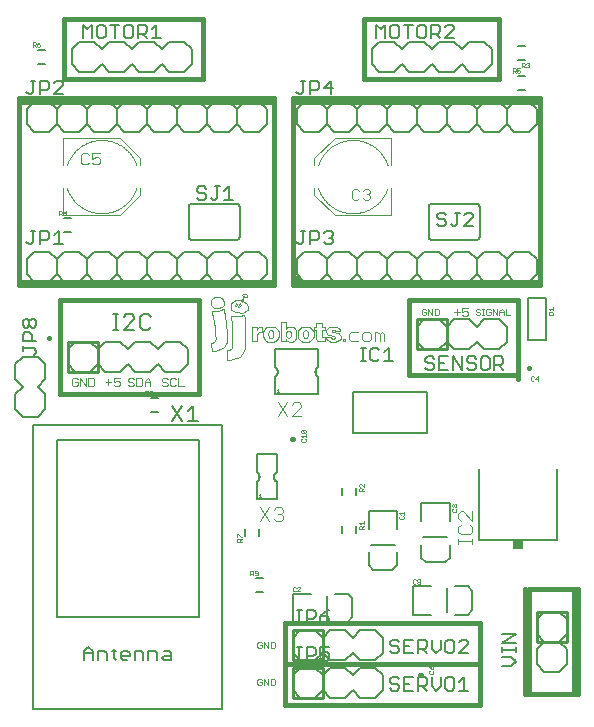
<source format=gto>
G75*
%MOIN*%
%OFA0B0*%
%FSLAX25Y25*%
%IPPOS*%
%LPD*%
%AMOC8*
5,1,8,0,0,1.08239X$1,22.5*
%
%ADD10C,0.00500*%
%ADD11C,0.01000*%
%ADD12C,0.00200*%
%ADD13C,0.01600*%
%ADD14C,0.00315*%
%ADD15C,0.00400*%
%ADD16C,0.00600*%
%ADD17C,0.00800*%
%ADD18C,0.00100*%
%ADD19R,0.03400X0.03000*%
%ADD20C,0.00300*%
%ADD21C,0.00700*%
D10*
X0120254Y0065579D02*
X0120254Y0160067D01*
X0183246Y0160067D01*
X0183246Y0065579D01*
X0120254Y0065579D01*
X0128128Y0096288D02*
X0128128Y0155343D01*
X0175372Y0155343D01*
X0175372Y0096288D01*
X0128128Y0096288D01*
X0206700Y0094961D02*
X0207451Y0094210D01*
X0208201Y0094210D01*
X0208952Y0094961D01*
X0208952Y0098714D01*
X0208201Y0098714D02*
X0209703Y0098714D01*
X0211304Y0098714D02*
X0213556Y0098714D01*
X0214306Y0097963D01*
X0214306Y0096462D01*
X0213556Y0095711D01*
X0211304Y0095711D01*
X0211304Y0094210D02*
X0211304Y0098714D01*
X0215908Y0096462D02*
X0218160Y0096462D01*
X0218910Y0095711D01*
X0218910Y0094961D01*
X0218160Y0094210D01*
X0216658Y0094210D01*
X0215908Y0094961D01*
X0215908Y0096462D01*
X0217409Y0097963D01*
X0218910Y0098714D01*
X0218250Y0095260D02*
X0218250Y0103260D01*
X0218910Y0086214D02*
X0215908Y0086214D01*
X0215908Y0083962D01*
X0217409Y0084713D01*
X0218160Y0084713D01*
X0218910Y0083962D01*
X0218910Y0082461D01*
X0218160Y0081710D01*
X0216658Y0081710D01*
X0215908Y0082461D01*
X0214306Y0083962D02*
X0213556Y0083211D01*
X0211304Y0083211D01*
X0211304Y0081710D02*
X0211304Y0086214D01*
X0213556Y0086214D01*
X0214306Y0085463D01*
X0214306Y0083962D01*
X0209703Y0086214D02*
X0208201Y0086214D01*
X0208952Y0086214D02*
X0208952Y0082461D01*
X0208201Y0081710D01*
X0207451Y0081710D01*
X0206700Y0082461D01*
X0239200Y0084961D02*
X0239951Y0084210D01*
X0241452Y0084210D01*
X0242203Y0084961D01*
X0242203Y0085711D01*
X0241452Y0086462D01*
X0239951Y0086462D01*
X0239200Y0087213D01*
X0239200Y0087963D01*
X0239951Y0088714D01*
X0241452Y0088714D01*
X0242203Y0087963D01*
X0243804Y0088714D02*
X0243804Y0084210D01*
X0246806Y0084210D01*
X0248408Y0084210D02*
X0248408Y0088714D01*
X0250660Y0088714D01*
X0251410Y0087963D01*
X0251410Y0086462D01*
X0250660Y0085711D01*
X0248408Y0085711D01*
X0249909Y0085711D02*
X0251410Y0084210D01*
X0253012Y0085711D02*
X0254513Y0084210D01*
X0256014Y0085711D01*
X0256014Y0088714D01*
X0257616Y0087963D02*
X0257616Y0084961D01*
X0258366Y0084210D01*
X0259868Y0084210D01*
X0260618Y0084961D01*
X0260618Y0087963D01*
X0259868Y0088714D01*
X0258366Y0088714D01*
X0257616Y0087963D01*
X0262220Y0087963D02*
X0262970Y0088714D01*
X0264472Y0088714D01*
X0265222Y0087963D01*
X0265222Y0087213D01*
X0262220Y0084210D01*
X0265222Y0084210D01*
X0263721Y0076214D02*
X0262220Y0074713D01*
X0260618Y0075463D02*
X0259868Y0076214D01*
X0258366Y0076214D01*
X0257616Y0075463D01*
X0257616Y0072461D01*
X0258366Y0071710D01*
X0259868Y0071710D01*
X0260618Y0072461D01*
X0260618Y0075463D01*
X0263721Y0076214D02*
X0263721Y0071710D01*
X0262220Y0071710D02*
X0265222Y0071710D01*
X0256014Y0073211D02*
X0256014Y0076214D01*
X0253012Y0076214D02*
X0253012Y0073211D01*
X0254513Y0071710D01*
X0256014Y0073211D01*
X0251410Y0073962D02*
X0251410Y0075463D01*
X0250660Y0076214D01*
X0248408Y0076214D01*
X0248408Y0071710D01*
X0248408Y0073211D02*
X0250660Y0073211D01*
X0251410Y0073962D01*
X0249909Y0073211D02*
X0251410Y0071710D01*
X0246806Y0071710D02*
X0243804Y0071710D01*
X0243804Y0076214D01*
X0246806Y0076214D01*
X0245305Y0073962D02*
X0243804Y0073962D01*
X0242203Y0073211D02*
X0242203Y0072461D01*
X0241452Y0071710D01*
X0239951Y0071710D01*
X0239200Y0072461D01*
X0239951Y0073962D02*
X0241452Y0073962D01*
X0242203Y0073211D01*
X0242203Y0075463D02*
X0241452Y0076214D01*
X0239951Y0076214D01*
X0239200Y0075463D01*
X0239200Y0074713D01*
X0239951Y0073962D01*
X0253012Y0085711D02*
X0253012Y0088714D01*
X0246806Y0088714D02*
X0243804Y0088714D01*
X0243804Y0086462D02*
X0245305Y0086462D01*
X0258250Y0097760D02*
X0258250Y0105760D01*
X0258250Y0122760D02*
X0250250Y0122760D01*
X0240750Y0120260D02*
X0232750Y0120260D01*
X0276602Y0090681D02*
X0281106Y0090681D01*
X0276602Y0087678D01*
X0281106Y0087678D01*
X0281072Y0087494D02*
X0276568Y0087494D01*
X0281072Y0090497D01*
X0276568Y0090497D01*
X0276602Y0086110D02*
X0276602Y0084609D01*
X0276568Y0084425D02*
X0276568Y0085926D01*
X0276602Y0085359D02*
X0281106Y0085359D01*
X0281072Y0085175D02*
X0276568Y0085175D01*
X0276602Y0083007D02*
X0279605Y0083007D01*
X0281106Y0081506D01*
X0279605Y0080005D01*
X0276602Y0080005D01*
X0276568Y0079821D02*
X0279571Y0079821D01*
X0281072Y0081322D01*
X0279571Y0082823D01*
X0276568Y0082823D01*
X0281072Y0084425D02*
X0281072Y0085926D01*
X0281106Y0086110D02*
X0281106Y0084609D01*
X0276949Y0178560D02*
X0275447Y0180061D01*
X0276198Y0180061D02*
X0273946Y0180061D01*
X0273946Y0178560D02*
X0273946Y0183064D01*
X0276198Y0183064D01*
X0276949Y0182313D01*
X0276949Y0180812D01*
X0276198Y0180061D01*
X0272345Y0179311D02*
X0272345Y0182313D01*
X0271594Y0183064D01*
X0270093Y0183064D01*
X0269342Y0182313D01*
X0269342Y0179311D01*
X0270093Y0178560D01*
X0271594Y0178560D01*
X0272345Y0179311D01*
X0267741Y0179311D02*
X0266990Y0178560D01*
X0265489Y0178560D01*
X0264738Y0179311D01*
X0265489Y0180812D02*
X0266990Y0180812D01*
X0267741Y0180061D01*
X0267741Y0179311D01*
X0265489Y0180812D02*
X0264738Y0181563D01*
X0264738Y0182313D01*
X0265489Y0183064D01*
X0266990Y0183064D01*
X0267741Y0182313D01*
X0263137Y0183064D02*
X0263137Y0178560D01*
X0260134Y0183064D01*
X0260134Y0178560D01*
X0258533Y0178560D02*
X0255530Y0178560D01*
X0255530Y0183064D01*
X0258533Y0183064D01*
X0257032Y0180812D02*
X0255530Y0180812D01*
X0253929Y0180061D02*
X0253929Y0179311D01*
X0253178Y0178560D01*
X0251677Y0178560D01*
X0250926Y0179311D01*
X0251677Y0180812D02*
X0250926Y0181563D01*
X0250926Y0182313D01*
X0251677Y0183064D01*
X0253178Y0183064D01*
X0253929Y0182313D01*
X0253178Y0180812D02*
X0253929Y0180061D01*
X0253178Y0180812D02*
X0251677Y0180812D01*
X0240176Y0181510D02*
X0237173Y0181510D01*
X0238674Y0181510D02*
X0238674Y0186014D01*
X0237173Y0184513D01*
X0235572Y0185263D02*
X0234821Y0186014D01*
X0233320Y0186014D01*
X0232569Y0185263D01*
X0232569Y0182261D01*
X0233320Y0181510D01*
X0234821Y0181510D01*
X0235572Y0182261D01*
X0231001Y0181510D02*
X0229500Y0181510D01*
X0230251Y0181510D02*
X0230251Y0186014D01*
X0231001Y0186014D02*
X0229500Y0186014D01*
X0219410Y0220460D02*
X0217908Y0220460D01*
X0217158Y0221211D01*
X0218659Y0222712D02*
X0219410Y0222712D01*
X0220160Y0221961D01*
X0220160Y0221211D01*
X0219410Y0220460D01*
X0219410Y0222712D02*
X0220160Y0223463D01*
X0220160Y0224213D01*
X0219410Y0224964D01*
X0217908Y0224964D01*
X0217158Y0224213D01*
X0215556Y0224213D02*
X0215556Y0222712D01*
X0214806Y0221961D01*
X0212554Y0221961D01*
X0212554Y0220460D02*
X0212554Y0224964D01*
X0214806Y0224964D01*
X0215556Y0224213D01*
X0210953Y0224964D02*
X0209451Y0224964D01*
X0210202Y0224964D02*
X0210202Y0221211D01*
X0209451Y0220460D01*
X0208701Y0220460D01*
X0207950Y0221211D01*
X0186960Y0235260D02*
X0183958Y0235260D01*
X0185459Y0235260D02*
X0185459Y0239764D01*
X0183958Y0238263D01*
X0182356Y0239764D02*
X0180855Y0239764D01*
X0181606Y0239764D02*
X0181606Y0236011D01*
X0180855Y0235260D01*
X0180105Y0235260D01*
X0179354Y0236011D01*
X0177753Y0236011D02*
X0177002Y0235260D01*
X0175501Y0235260D01*
X0174750Y0236011D01*
X0175501Y0237512D02*
X0177002Y0237512D01*
X0177753Y0236761D01*
X0177753Y0236011D01*
X0175501Y0237512D02*
X0174750Y0238263D01*
X0174750Y0239013D01*
X0175501Y0239764D01*
X0177002Y0239764D01*
X0177753Y0239013D01*
X0208701Y0270460D02*
X0209451Y0270460D01*
X0210202Y0271211D01*
X0210202Y0274964D01*
X0209451Y0274964D02*
X0210953Y0274964D01*
X0212554Y0274964D02*
X0214806Y0274964D01*
X0215556Y0274213D01*
X0215556Y0272712D01*
X0214806Y0271961D01*
X0212554Y0271961D01*
X0212554Y0270460D02*
X0212554Y0274964D01*
X0208701Y0270460D02*
X0207950Y0271211D01*
X0217158Y0272712D02*
X0220160Y0272712D01*
X0219410Y0270460D02*
X0219410Y0274964D01*
X0217158Y0272712D01*
X0234472Y0289204D02*
X0234472Y0293708D01*
X0235973Y0292207D01*
X0237475Y0293708D01*
X0237475Y0289204D01*
X0239076Y0289955D02*
X0239076Y0292957D01*
X0239827Y0293708D01*
X0241328Y0293708D01*
X0242078Y0292957D01*
X0242078Y0289955D01*
X0241328Y0289204D01*
X0239827Y0289204D01*
X0239076Y0289955D01*
X0243680Y0293708D02*
X0246682Y0293708D01*
X0245181Y0293708D02*
X0245181Y0289204D01*
X0248284Y0289955D02*
X0248284Y0292957D01*
X0249034Y0293708D01*
X0250536Y0293708D01*
X0251286Y0292957D01*
X0251286Y0289955D01*
X0250536Y0289204D01*
X0249034Y0289204D01*
X0248284Y0289955D01*
X0252888Y0290705D02*
X0255140Y0290705D01*
X0255890Y0291456D01*
X0255890Y0292957D01*
X0255140Y0293708D01*
X0252888Y0293708D01*
X0252888Y0289204D01*
X0254389Y0290705D02*
X0255890Y0289204D01*
X0257492Y0289204D02*
X0260494Y0292207D01*
X0260494Y0292957D01*
X0259744Y0293708D01*
X0258242Y0293708D01*
X0257492Y0292957D01*
X0257492Y0289204D02*
X0260494Y0289204D01*
X0260855Y0231014D02*
X0262356Y0231014D01*
X0261606Y0231014D02*
X0261606Y0227261D01*
X0260855Y0226510D01*
X0260105Y0226510D01*
X0259354Y0227261D01*
X0257753Y0227261D02*
X0257002Y0226510D01*
X0255501Y0226510D01*
X0254750Y0227261D01*
X0255501Y0228762D02*
X0257002Y0228762D01*
X0257753Y0228011D01*
X0257753Y0227261D01*
X0255501Y0228762D02*
X0254750Y0229513D01*
X0254750Y0230263D01*
X0255501Y0231014D01*
X0257002Y0231014D01*
X0257753Y0230263D01*
X0263958Y0230263D02*
X0264708Y0231014D01*
X0266210Y0231014D01*
X0266960Y0230263D01*
X0266960Y0229513D01*
X0263958Y0226510D01*
X0266960Y0226510D01*
X0285000Y0202510D02*
X0291000Y0202510D01*
X0291000Y0188510D01*
X0285000Y0188510D01*
X0285000Y0202510D01*
X0162722Y0289138D02*
X0159720Y0289138D01*
X0161221Y0289138D02*
X0161221Y0293642D01*
X0159720Y0292141D01*
X0158118Y0292891D02*
X0158118Y0291390D01*
X0157368Y0290639D01*
X0155116Y0290639D01*
X0156617Y0290639D02*
X0158118Y0289138D01*
X0155116Y0289138D02*
X0155116Y0293642D01*
X0157368Y0293642D01*
X0158118Y0292891D01*
X0153514Y0292891D02*
X0153514Y0289889D01*
X0152764Y0289138D01*
X0151262Y0289138D01*
X0150512Y0289889D01*
X0150512Y0292891D01*
X0151262Y0293642D01*
X0152764Y0293642D01*
X0153514Y0292891D01*
X0148910Y0293642D02*
X0145908Y0293642D01*
X0147409Y0293642D02*
X0147409Y0289138D01*
X0144306Y0289889D02*
X0144306Y0292891D01*
X0143556Y0293642D01*
X0142055Y0293642D01*
X0141304Y0292891D01*
X0141304Y0289889D01*
X0142055Y0289138D01*
X0143556Y0289138D01*
X0144306Y0289889D01*
X0139703Y0289138D02*
X0139703Y0293642D01*
X0138201Y0292141D01*
X0136700Y0293642D01*
X0136700Y0289138D01*
X0129410Y0274964D02*
X0127908Y0274964D01*
X0127158Y0274213D01*
X0125556Y0274213D02*
X0125556Y0272712D01*
X0124806Y0271961D01*
X0122554Y0271961D01*
X0122554Y0270460D02*
X0122554Y0274964D01*
X0124806Y0274964D01*
X0125556Y0274213D01*
X0129410Y0274964D02*
X0130160Y0274213D01*
X0130160Y0273463D01*
X0127158Y0270460D01*
X0130160Y0270460D01*
X0120953Y0274964D02*
X0119451Y0274964D01*
X0120202Y0274964D02*
X0120202Y0271211D01*
X0119451Y0270460D01*
X0118701Y0270460D01*
X0117950Y0271211D01*
X0119451Y0224964D02*
X0120953Y0224964D01*
X0120202Y0224964D02*
X0120202Y0221211D01*
X0119451Y0220460D01*
X0118701Y0220460D01*
X0117950Y0221211D01*
X0122554Y0221961D02*
X0124806Y0221961D01*
X0125556Y0222712D01*
X0125556Y0224213D01*
X0124806Y0224964D01*
X0122554Y0224964D01*
X0122554Y0220460D01*
X0127158Y0220460D02*
X0130160Y0220460D01*
X0128659Y0220460D02*
X0128659Y0224964D01*
X0127158Y0223463D01*
X0120449Y0195709D02*
X0121200Y0194958D01*
X0121200Y0193457D01*
X0120449Y0192706D01*
X0119699Y0192706D01*
X0118948Y0193457D01*
X0118948Y0194958D01*
X0119699Y0195709D01*
X0120449Y0195709D01*
X0118948Y0194958D02*
X0118197Y0195709D01*
X0117447Y0195709D01*
X0116696Y0194958D01*
X0116696Y0193457D01*
X0117447Y0192706D01*
X0118197Y0192706D01*
X0118948Y0193457D01*
X0118948Y0191105D02*
X0117447Y0191105D01*
X0116696Y0190354D01*
X0116696Y0188102D01*
X0121200Y0188102D01*
X0119699Y0188102D02*
X0119699Y0190354D01*
X0118948Y0191105D01*
X0116696Y0186501D02*
X0116696Y0184999D01*
X0116696Y0185750D02*
X0120449Y0185750D01*
X0121200Y0184999D01*
X0121200Y0184249D01*
X0120449Y0183498D01*
D11*
X0131750Y0188010D02*
X0131750Y0178010D01*
X0141750Y0178010D01*
X0141750Y0188010D01*
X0131750Y0188010D01*
X0206750Y0091760D02*
X0206750Y0081760D01*
X0216750Y0081760D01*
X0216750Y0091760D01*
X0206750Y0091760D01*
X0206750Y0079260D02*
X0206750Y0069260D01*
X0216750Y0069260D01*
X0216750Y0079260D01*
X0206750Y0079260D01*
X0288000Y0088010D02*
X0288000Y0098010D01*
X0298000Y0098010D01*
X0298000Y0088010D01*
X0288000Y0088010D01*
X0258000Y0185510D02*
X0248000Y0185510D01*
X0248000Y0195510D01*
X0258000Y0195510D01*
X0258000Y0185510D01*
D12*
X0255098Y0196782D02*
X0254016Y0196782D01*
X0254016Y0198946D01*
X0255098Y0198946D01*
X0255459Y0198585D01*
X0255459Y0197143D01*
X0255098Y0196782D01*
X0253284Y0196782D02*
X0253284Y0198946D01*
X0251841Y0198946D02*
X0253284Y0196782D01*
X0251841Y0196782D02*
X0251841Y0198946D01*
X0251109Y0198585D02*
X0250748Y0198946D01*
X0250027Y0198946D01*
X0249666Y0198585D01*
X0249666Y0197143D01*
X0250027Y0196782D01*
X0250748Y0196782D01*
X0251109Y0197143D01*
X0251109Y0197864D01*
X0250387Y0197864D01*
X0260444Y0197871D02*
X0262312Y0197871D01*
X0263206Y0197871D02*
X0264140Y0198338D01*
X0264608Y0198338D01*
X0265075Y0197871D01*
X0265075Y0196937D01*
X0264608Y0196470D01*
X0263673Y0196470D01*
X0263206Y0196937D01*
X0263206Y0197871D02*
X0263206Y0199272D01*
X0265075Y0199272D01*
X0267632Y0198661D02*
X0267632Y0198301D01*
X0267993Y0197940D01*
X0268714Y0197940D01*
X0269075Y0197579D01*
X0269075Y0197219D01*
X0268714Y0196858D01*
X0267993Y0196858D01*
X0267632Y0197219D01*
X0267632Y0198661D02*
X0267993Y0199022D01*
X0268714Y0199022D01*
X0269075Y0198661D01*
X0269807Y0199022D02*
X0270528Y0199022D01*
X0270168Y0199022D02*
X0270168Y0196858D01*
X0270528Y0196858D02*
X0269807Y0196858D01*
X0271257Y0197219D02*
X0271618Y0196858D01*
X0272339Y0196858D01*
X0272700Y0197219D01*
X0272700Y0197940D01*
X0271978Y0197940D01*
X0271257Y0198661D02*
X0271257Y0197219D01*
X0271257Y0198661D02*
X0271618Y0199022D01*
X0272339Y0199022D01*
X0272700Y0198661D01*
X0273432Y0199022D02*
X0274875Y0196858D01*
X0274875Y0199022D01*
X0275607Y0198301D02*
X0276329Y0199022D01*
X0277050Y0198301D01*
X0277050Y0196858D01*
X0277782Y0196858D02*
X0279225Y0196858D01*
X0277782Y0196858D02*
X0277782Y0199022D01*
X0277050Y0197940D02*
X0275607Y0197940D01*
X0275607Y0198301D02*
X0275607Y0196858D01*
X0273432Y0196858D02*
X0273432Y0199022D01*
X0261378Y0198805D02*
X0261378Y0196937D01*
X0170493Y0173110D02*
X0168625Y0173110D01*
X0168625Y0175912D01*
X0167731Y0175445D02*
X0167264Y0175912D01*
X0166329Y0175912D01*
X0165862Y0175445D01*
X0165862Y0173577D01*
X0166329Y0173110D01*
X0167264Y0173110D01*
X0167731Y0173577D01*
X0164968Y0173577D02*
X0164501Y0173110D01*
X0163567Y0173110D01*
X0163100Y0173577D01*
X0163567Y0174511D02*
X0164501Y0174511D01*
X0164968Y0174044D01*
X0164968Y0173577D01*
X0163567Y0174511D02*
X0163100Y0174978D01*
X0163100Y0175445D01*
X0163567Y0175912D01*
X0164501Y0175912D01*
X0164968Y0175445D01*
X0159243Y0174978D02*
X0159243Y0173110D01*
X0159243Y0174511D02*
X0157375Y0174511D01*
X0157375Y0174978D02*
X0158309Y0175912D01*
X0159243Y0174978D01*
X0157375Y0174978D02*
X0157375Y0173110D01*
X0156481Y0173577D02*
X0156481Y0175445D01*
X0156014Y0175912D01*
X0154612Y0175912D01*
X0154612Y0173110D01*
X0156014Y0173110D01*
X0156481Y0173577D01*
X0153718Y0173577D02*
X0153251Y0173110D01*
X0152317Y0173110D01*
X0151850Y0173577D01*
X0152317Y0174511D02*
X0153251Y0174511D01*
X0153718Y0174044D01*
X0153718Y0173577D01*
X0152317Y0174511D02*
X0151850Y0174978D01*
X0151850Y0175445D01*
X0152317Y0175912D01*
X0153251Y0175912D01*
X0153718Y0175445D01*
X0148981Y0175912D02*
X0147112Y0175912D01*
X0147112Y0174511D01*
X0148046Y0174978D01*
X0148514Y0174978D01*
X0148981Y0174511D01*
X0148981Y0173577D01*
X0148514Y0173110D01*
X0147579Y0173110D01*
X0147112Y0173577D01*
X0146218Y0174511D02*
X0144350Y0174511D01*
X0145284Y0175445D02*
X0145284Y0173577D01*
X0140493Y0173577D02*
X0140493Y0175445D01*
X0140026Y0175912D01*
X0138625Y0175912D01*
X0138625Y0173110D01*
X0140026Y0173110D01*
X0140493Y0173577D01*
X0137731Y0173110D02*
X0137731Y0175912D01*
X0135862Y0175912D02*
X0135862Y0173110D01*
X0134968Y0173577D02*
X0134968Y0174511D01*
X0134034Y0174511D01*
X0133100Y0173577D02*
X0133567Y0173110D01*
X0134501Y0173110D01*
X0134968Y0173577D01*
X0133100Y0173577D02*
X0133100Y0175445D01*
X0133567Y0175912D01*
X0134501Y0175912D01*
X0134968Y0175445D01*
X0135862Y0175912D02*
X0137731Y0173110D01*
X0195313Y0088026D02*
X0194952Y0087665D01*
X0194952Y0086223D01*
X0195313Y0085862D01*
X0196034Y0085862D01*
X0196395Y0086223D01*
X0196395Y0086944D01*
X0195673Y0086944D01*
X0196395Y0087665D02*
X0196034Y0088026D01*
X0195313Y0088026D01*
X0197127Y0088026D02*
X0198570Y0085862D01*
X0198570Y0088026D01*
X0199302Y0088026D02*
X0200384Y0088026D01*
X0200745Y0087665D01*
X0200745Y0086223D01*
X0200384Y0085862D01*
X0199302Y0085862D01*
X0199302Y0088026D01*
X0197127Y0088026D02*
X0197127Y0085862D01*
X0197127Y0075570D02*
X0198570Y0073406D01*
X0198570Y0075570D01*
X0199302Y0075570D02*
X0200384Y0075570D01*
X0200745Y0075209D01*
X0200745Y0073767D01*
X0200384Y0073406D01*
X0199302Y0073406D01*
X0199302Y0075570D01*
X0197127Y0075570D02*
X0197127Y0073406D01*
X0196395Y0073767D02*
X0196395Y0074488D01*
X0195673Y0074488D01*
X0194952Y0073767D02*
X0195313Y0073406D01*
X0196034Y0073406D01*
X0196395Y0073767D01*
X0196395Y0075209D02*
X0196034Y0075570D01*
X0195313Y0075570D01*
X0194952Y0075209D01*
X0194952Y0073767D01*
D13*
X0204250Y0080510D02*
X0269250Y0080510D01*
X0269250Y0094260D01*
X0204250Y0094260D01*
X0204250Y0080510D01*
X0204250Y0066760D01*
X0269250Y0066760D01*
X0269250Y0080510D01*
X0284250Y0070510D02*
X0284250Y0105510D01*
X0285500Y0105510D02*
X0300500Y0105510D01*
X0301750Y0105510D01*
X0301750Y0070510D01*
X0300500Y0070510D01*
X0300500Y0105510D01*
X0285500Y0105510D02*
X0285500Y0070510D01*
X0284250Y0070510D01*
X0285500Y0070510D02*
X0300500Y0070510D01*
X0249370Y0076760D02*
X0249130Y0076760D01*
X0206870Y0155510D02*
X0206630Y0155510D01*
X0175500Y0170510D02*
X0175500Y0202026D01*
X0129250Y0202026D01*
X0129250Y0170510D01*
X0175500Y0170510D01*
X0200500Y0206760D02*
X0115500Y0206760D01*
X0115500Y0208010D01*
X0200500Y0208010D01*
X0200500Y0206760D01*
X0200500Y0208010D02*
X0200500Y0268010D01*
X0200500Y0269260D01*
X0115500Y0269260D01*
X0115500Y0268010D01*
X0200500Y0268010D01*
X0206750Y0269260D02*
X0208000Y0269260D01*
X0208000Y0268010D01*
X0289250Y0268010D01*
X0289250Y0208010D01*
X0208000Y0208010D01*
X0208000Y0209260D01*
X0206750Y0206760D02*
X0206750Y0269260D01*
X0208000Y0269260D02*
X0289250Y0269260D01*
X0289250Y0268010D01*
X0275500Y0275510D02*
X0275500Y0295510D01*
X0230500Y0295510D01*
X0230500Y0275510D01*
X0275500Y0275510D01*
X0289250Y0208010D02*
X0289250Y0206760D01*
X0206750Y0206760D01*
X0245500Y0201760D02*
X0245500Y0176760D01*
X0281750Y0176760D01*
X0281750Y0201760D01*
X0245500Y0201760D01*
X0281750Y0176760D02*
X0281750Y0175510D01*
X0285500Y0179140D02*
X0285500Y0179380D01*
X0176750Y0275510D02*
X0176750Y0295510D01*
X0130500Y0295510D01*
X0130500Y0275510D01*
X0176750Y0275510D01*
X0115500Y0268010D02*
X0115500Y0208010D01*
X0125380Y0189260D02*
X0125620Y0189260D01*
D14*
X0179531Y0187272D02*
X0179587Y0187620D01*
X0179768Y0187699D01*
X0180315Y0187932D01*
X0180657Y0188140D01*
X0180786Y0188321D01*
X0180945Y0188539D01*
X0181005Y0188950D01*
X0180970Y0189549D01*
X0180950Y0189940D01*
X0180855Y0190930D01*
X0180684Y0192524D01*
X0180481Y0194420D01*
X0180168Y0196126D01*
X0179745Y0197641D01*
X0179731Y0197703D01*
X0179721Y0197754D01*
X0179717Y0197791D01*
X0179698Y0197971D01*
X0179788Y0198070D01*
X0179990Y0198091D01*
X0180706Y0198168D01*
X0181259Y0198250D01*
X0181647Y0198336D01*
X0182779Y0198592D01*
X0183397Y0198725D01*
X0183503Y0198736D01*
X0183654Y0198752D01*
X0183752Y0198670D01*
X0183790Y0198485D01*
X0183872Y0198144D01*
X0184044Y0196743D01*
X0184309Y0194278D01*
X0184711Y0190530D01*
X0184871Y0189042D01*
X0184737Y0187898D01*
X0184307Y0187097D01*
X0183830Y0186210D01*
X0182913Y0185543D01*
X0181556Y0185100D01*
X0181150Y0184971D01*
X0180710Y0184879D01*
X0180228Y0184827D01*
X0179942Y0184797D01*
X0179732Y0185402D01*
X0179599Y0186644D01*
X0179531Y0187272D01*
X0184746Y0185082D02*
X0184954Y0185147D01*
X0185580Y0185338D01*
X0185978Y0185525D01*
X0186141Y0185708D01*
X0186340Y0185928D01*
X0186454Y0186371D01*
X0186486Y0187030D01*
X0186511Y0187461D01*
X0186523Y0188554D01*
X0186523Y0192417D01*
X0186381Y0194320D01*
X0186096Y0196027D01*
X0186088Y0196097D01*
X0186084Y0196153D01*
X0186084Y0196393D01*
X0186194Y0196491D01*
X0187210Y0196491D01*
X0187824Y0196515D01*
X0188259Y0196564D01*
X0189528Y0196710D01*
X0190219Y0196784D01*
X0190503Y0196784D01*
X0190601Y0196682D01*
X0190621Y0196475D01*
X0190670Y0196092D01*
X0190695Y0194539D01*
X0190695Y0186017D01*
X0190414Y0184781D01*
X0189849Y0183956D01*
X0189223Y0183041D01*
X0188141Y0182419D01*
X0186604Y0182094D01*
X0186145Y0182000D01*
X0185653Y0181952D01*
X0184803Y0181952D01*
X0184645Y0182639D01*
X0184645Y0184708D01*
X0184746Y0185082D01*
X0193065Y0188143D02*
X0193065Y0192871D01*
X0194800Y0192871D01*
X0194800Y0192010D01*
X0194925Y0192352D01*
X0195104Y0192601D01*
X0195337Y0192758D01*
X0195570Y0192917D01*
X0195882Y0192996D01*
X0196440Y0192996D01*
X0196440Y0191121D01*
X0196370Y0191127D01*
X0196304Y0191133D01*
X0196240Y0191138D01*
X0196176Y0191142D01*
X0196115Y0191144D01*
X0195677Y0191144D01*
X0195398Y0191058D01*
X0195220Y0190887D01*
X0195042Y0190716D01*
X0194953Y0190448D01*
X0194953Y0188143D01*
X0193065Y0188143D01*
X0196730Y0189725D02*
X0196730Y0191296D01*
X0196967Y0191914D01*
X0197442Y0192363D01*
X0197918Y0192815D01*
X0198571Y0193040D01*
X0200235Y0193040D01*
X0200888Y0192815D01*
X0201361Y0192363D01*
X0201835Y0191914D01*
X0202072Y0191296D01*
X0202072Y0189725D01*
X0201835Y0189105D01*
X0201360Y0188652D01*
X0200884Y0188199D01*
X0200232Y0187974D01*
X0198574Y0187974D01*
X0197921Y0188199D01*
X0197445Y0188652D01*
X0196969Y0189105D01*
X0196730Y0189725D01*
X0198626Y0190075D02*
X0198626Y0190948D01*
X0198687Y0191261D01*
X0198807Y0191449D01*
X0198928Y0191638D01*
X0199125Y0191731D01*
X0199677Y0191731D01*
X0199876Y0191636D01*
X0199999Y0191446D01*
X0200122Y0191256D01*
X0200185Y0190946D01*
X0200185Y0190078D01*
X0200122Y0189765D01*
X0199999Y0189572D01*
X0199876Y0189379D01*
X0199677Y0189283D01*
X0199125Y0189283D01*
X0198928Y0189378D01*
X0198807Y0189569D01*
X0198687Y0189761D01*
X0198626Y0190075D01*
X0202693Y0188143D02*
X0204358Y0188143D01*
X0204358Y0188720D01*
X0204561Y0188468D01*
X0204790Y0188281D01*
X0205045Y0188158D01*
X0205300Y0188035D01*
X0205587Y0187974D01*
X0206516Y0187974D01*
X0207005Y0188204D01*
X0207378Y0188662D01*
X0207750Y0189122D01*
X0207937Y0189731D01*
X0207937Y0191249D01*
X0207749Y0191859D01*
X0207373Y0192317D01*
X0206998Y0192776D01*
X0206501Y0193005D01*
X0205619Y0193005D01*
X0205374Y0192951D01*
X0205147Y0192846D01*
X0204919Y0192740D01*
X0204713Y0192583D01*
X0204527Y0192374D01*
X0204527Y0194545D01*
X0202693Y0194545D01*
X0202693Y0188143D01*
X0204714Y0189652D02*
X0204851Y0189459D01*
X0205041Y0189363D01*
X0205524Y0189363D01*
X0205713Y0189459D01*
X0205848Y0189651D01*
X0205983Y0189842D01*
X0206050Y0190111D01*
X0206050Y0190830D01*
X0205987Y0191106D01*
X0205863Y0191286D01*
X0205738Y0191464D01*
X0205545Y0191553D01*
X0205020Y0191553D01*
X0204825Y0191463D01*
X0204699Y0191283D01*
X0204573Y0191104D01*
X0204509Y0190827D01*
X0204509Y0190114D01*
X0204578Y0189845D01*
X0204714Y0189652D01*
X0208315Y0189725D02*
X0208315Y0191296D01*
X0208552Y0191914D01*
X0209027Y0192363D01*
X0209503Y0192815D01*
X0210156Y0193040D01*
X0211820Y0193040D01*
X0212473Y0192815D01*
X0212946Y0192363D01*
X0213420Y0191914D01*
X0213657Y0191296D01*
X0213657Y0189725D01*
X0213420Y0189105D01*
X0212945Y0188652D01*
X0212468Y0188199D01*
X0211817Y0187974D01*
X0210159Y0187974D01*
X0209506Y0188199D01*
X0209030Y0188652D01*
X0208554Y0189105D01*
X0208315Y0189725D01*
X0210211Y0190075D02*
X0210272Y0189761D01*
X0210392Y0189569D01*
X0210512Y0189378D01*
X0210710Y0189283D01*
X0211262Y0189283D01*
X0211461Y0189379D01*
X0211584Y0189572D01*
X0211707Y0189765D01*
X0211769Y0190078D01*
X0211769Y0190946D01*
X0211707Y0191256D01*
X0211584Y0191446D01*
X0211461Y0191636D01*
X0211262Y0191731D01*
X0210710Y0191731D01*
X0210512Y0191638D01*
X0210392Y0191449D01*
X0210272Y0191261D01*
X0210211Y0190948D01*
X0210211Y0190075D01*
X0213913Y0191785D02*
X0213913Y0192871D01*
X0214581Y0192871D01*
X0214581Y0194331D01*
X0216450Y0194331D01*
X0216450Y0192871D01*
X0217332Y0192871D01*
X0217332Y0191785D01*
X0216450Y0191785D01*
X0216450Y0189735D01*
X0216496Y0189624D01*
X0216590Y0189559D01*
X0216682Y0189493D01*
X0216847Y0189461D01*
X0217207Y0189461D01*
X0217243Y0189462D01*
X0217280Y0189464D01*
X0217316Y0189467D01*
X0217350Y0189470D01*
X0217350Y0188107D01*
X0217118Y0188092D01*
X0216907Y0188082D01*
X0216717Y0188075D01*
X0216528Y0188067D01*
X0216349Y0188063D01*
X0215588Y0188063D01*
X0215171Y0188164D01*
X0214935Y0188364D01*
X0214699Y0188564D01*
X0214581Y0188915D01*
X0214581Y0191785D01*
X0213913Y0191785D01*
X0217846Y0191991D02*
X0218043Y0192377D01*
X0218439Y0192642D01*
X0218834Y0192908D01*
X0219413Y0193040D01*
X0220876Y0193040D01*
X0221422Y0192915D01*
X0221808Y0192666D01*
X0222195Y0192417D01*
X0222418Y0192046D01*
X0222476Y0191553D01*
X0220784Y0191553D01*
X0220769Y0191694D01*
X0220708Y0191807D01*
X0220600Y0191890D01*
X0220490Y0191975D01*
X0220354Y0192016D01*
X0220023Y0192016D01*
X0219897Y0191988D01*
X0219810Y0191932D01*
X0219723Y0191875D01*
X0219680Y0191794D01*
X0219680Y0191498D01*
X0219894Y0191360D01*
X0220320Y0191270D01*
X0220432Y0191247D01*
X0220517Y0191230D01*
X0220575Y0191218D01*
X0221433Y0191020D01*
X0221991Y0190811D01*
X0222249Y0190590D01*
X0222507Y0190367D01*
X0222636Y0190042D01*
X0222636Y0189070D01*
X0222425Y0188662D01*
X0222004Y0188386D01*
X0221582Y0188112D01*
X0220959Y0187974D01*
X0219368Y0187974D01*
X0218785Y0188112D01*
X0218384Y0188386D01*
X0217982Y0188662D01*
X0217761Y0189076D01*
X0217721Y0189630D01*
X0219546Y0189630D01*
X0219546Y0189430D01*
X0219598Y0189280D01*
X0219701Y0189182D01*
X0219803Y0189082D01*
X0219957Y0189033D01*
X0220360Y0189033D01*
X0220511Y0189066D01*
X0220616Y0189133D01*
X0220722Y0189200D01*
X0220775Y0189297D01*
X0220775Y0189637D01*
X0220542Y0189793D01*
X0220075Y0189896D01*
X0220035Y0189904D01*
X0220003Y0189912D01*
X0219980Y0189918D01*
X0219097Y0190106D01*
X0218519Y0190308D01*
X0218249Y0190526D01*
X0217981Y0190743D01*
X0217846Y0191062D01*
X0217846Y0191991D01*
X0191642Y0198502D02*
X0191864Y0199604D01*
X0191360Y0200644D01*
X0190132Y0201588D01*
X0188810Y0201996D01*
X0187394Y0201746D01*
X0187300Y0201682D02*
X0186450Y0201148D01*
X0186104Y0200454D01*
X0185978Y0199448D01*
X0186292Y0198502D01*
X0187740Y0197968D01*
X0190006Y0197654D01*
X0191580Y0198440D01*
X0189172Y0199722D02*
X0188932Y0199525D01*
X0188623Y0199498D01*
X0188616Y0199897D01*
X0188744Y0200332D01*
X0189007Y0200803D01*
X0189252Y0200612D01*
X0189347Y0200317D01*
X0189260Y0200020D01*
X0189172Y0199722D01*
X0188004Y0200083D02*
X0188065Y0200290D01*
X0188126Y0200498D01*
X0188038Y0200694D01*
X0187843Y0200787D01*
X0187683Y0200501D01*
X0187605Y0200236D01*
X0187609Y0199993D01*
X0187823Y0199966D01*
X0188004Y0200083D01*
X0189673Y0201329D02*
X0189853Y0202073D01*
X0190126Y0202712D01*
X0190491Y0203248D01*
X0190521Y0203230D02*
X0190156Y0202695D01*
X0189883Y0202055D01*
X0189703Y0201311D01*
X0189733Y0201293D02*
X0189913Y0202037D01*
X0190186Y0202677D01*
X0190551Y0203212D01*
X0190577Y0203188D02*
X0190211Y0202652D01*
X0189939Y0202012D01*
X0189758Y0201268D01*
X0189787Y0201269D02*
X0189967Y0202013D01*
X0190239Y0202653D01*
X0190605Y0203189D01*
X0190635Y0203188D02*
X0190269Y0202652D01*
X0189996Y0202012D01*
X0189816Y0201268D01*
X0190806Y0202834D02*
X0190459Y0203049D01*
X0190112Y0203264D01*
X0189951Y0203613D01*
X0190100Y0203828D01*
X0190248Y0204043D01*
X0190650Y0204044D01*
X0190997Y0203829D01*
X0191344Y0203614D01*
X0191505Y0203266D01*
X0191356Y0203050D01*
X0191208Y0202835D01*
X0190806Y0202834D01*
X0183583Y0201874D02*
X0183643Y0201315D01*
X0183772Y0200110D01*
X0183128Y0199432D01*
X0181706Y0199279D01*
X0181092Y0199213D01*
X0180584Y0199307D01*
X0180170Y0199560D01*
X0179713Y0199838D01*
X0179451Y0200271D01*
X0179388Y0200859D01*
X0179329Y0201410D01*
X0179501Y0201885D01*
X0179900Y0202285D01*
X0180274Y0202645D01*
X0180746Y0202855D01*
X0181315Y0202916D01*
X0181881Y0202977D01*
X0182387Y0202872D01*
X0182828Y0202599D01*
X0183310Y0202302D01*
X0183583Y0201874D01*
D15*
X0201822Y0167814D02*
X0204891Y0163210D01*
X0206426Y0163210D02*
X0209495Y0166279D01*
X0209495Y0167047D01*
X0208728Y0167814D01*
X0207193Y0167814D01*
X0206426Y0167047D01*
X0204891Y0167814D02*
X0201822Y0163210D01*
X0206426Y0163210D02*
X0209495Y0163210D01*
X0223354Y0188240D02*
X0224075Y0188240D01*
X0224075Y0188961D01*
X0223354Y0188961D01*
X0223354Y0188240D01*
X0225529Y0188961D02*
X0226250Y0188240D01*
X0228414Y0188240D01*
X0229879Y0188961D02*
X0229879Y0190404D01*
X0230601Y0191125D01*
X0232043Y0191125D01*
X0232765Y0190404D01*
X0232765Y0188961D01*
X0232043Y0188240D01*
X0230601Y0188240D01*
X0229879Y0188961D01*
X0228414Y0191125D02*
X0226250Y0191125D01*
X0225529Y0190404D01*
X0225529Y0188961D01*
X0234229Y0188240D02*
X0234229Y0191125D01*
X0234951Y0191125D01*
X0235672Y0190404D01*
X0236393Y0191125D01*
X0237115Y0190404D01*
X0237115Y0188240D01*
X0235672Y0188240D02*
X0235672Y0190404D01*
X0239545Y0230215D02*
X0220648Y0230215D01*
X0213955Y0236908D01*
X0213955Y0239270D01*
X0213955Y0246750D02*
X0213955Y0249112D01*
X0220648Y0255805D01*
X0239545Y0255805D01*
X0239545Y0246750D01*
X0239545Y0239270D02*
X0239545Y0230215D01*
X0238365Y0246750D02*
X0238270Y0247033D01*
X0238168Y0247314D01*
X0238059Y0247591D01*
X0237944Y0247867D01*
X0237822Y0248139D01*
X0237693Y0248408D01*
X0237558Y0248674D01*
X0237416Y0248936D01*
X0237268Y0249195D01*
X0237114Y0249451D01*
X0236953Y0249702D01*
X0236786Y0249950D01*
X0236614Y0250193D01*
X0236435Y0250432D01*
X0236251Y0250667D01*
X0236061Y0250897D01*
X0235865Y0251122D01*
X0235664Y0251342D01*
X0235458Y0251558D01*
X0235246Y0251768D01*
X0235030Y0251973D01*
X0234808Y0252173D01*
X0234581Y0252367D01*
X0234350Y0252556D01*
X0234115Y0252739D01*
X0233875Y0252916D01*
X0233630Y0253087D01*
X0233382Y0253252D01*
X0233129Y0253411D01*
X0232873Y0253564D01*
X0232613Y0253711D01*
X0232350Y0253851D01*
X0232083Y0253985D01*
X0231813Y0254112D01*
X0231540Y0254232D01*
X0231265Y0254346D01*
X0230986Y0254453D01*
X0230705Y0254553D01*
X0230422Y0254646D01*
X0230136Y0254733D01*
X0229848Y0254812D01*
X0229559Y0254884D01*
X0229268Y0254949D01*
X0228975Y0255007D01*
X0228681Y0255058D01*
X0228386Y0255102D01*
X0228090Y0255138D01*
X0227793Y0255167D01*
X0227495Y0255189D01*
X0227197Y0255204D01*
X0226899Y0255211D01*
X0226601Y0255211D01*
X0226303Y0255204D01*
X0226005Y0255189D01*
X0225707Y0255167D01*
X0225410Y0255138D01*
X0225114Y0255102D01*
X0224819Y0255058D01*
X0224525Y0255007D01*
X0224232Y0254949D01*
X0223941Y0254884D01*
X0223652Y0254812D01*
X0223364Y0254733D01*
X0223078Y0254646D01*
X0222795Y0254553D01*
X0222514Y0254453D01*
X0222235Y0254346D01*
X0221960Y0254232D01*
X0221687Y0254112D01*
X0221417Y0253985D01*
X0221150Y0253851D01*
X0220887Y0253711D01*
X0220627Y0253564D01*
X0220371Y0253411D01*
X0220118Y0253252D01*
X0219870Y0253087D01*
X0219625Y0252916D01*
X0219385Y0252739D01*
X0219150Y0252556D01*
X0218919Y0252367D01*
X0218692Y0252173D01*
X0218470Y0251973D01*
X0218254Y0251768D01*
X0218042Y0251558D01*
X0217836Y0251342D01*
X0217635Y0251122D01*
X0217439Y0250897D01*
X0217249Y0250667D01*
X0217065Y0250432D01*
X0216886Y0250193D01*
X0216714Y0249950D01*
X0216547Y0249702D01*
X0216386Y0249451D01*
X0216232Y0249195D01*
X0216084Y0248936D01*
X0215942Y0248674D01*
X0215807Y0248408D01*
X0215678Y0248139D01*
X0215556Y0247867D01*
X0215441Y0247591D01*
X0215332Y0247314D01*
X0215230Y0247033D01*
X0215135Y0246750D01*
X0215135Y0239270D02*
X0215230Y0238987D01*
X0215332Y0238706D01*
X0215441Y0238429D01*
X0215556Y0238153D01*
X0215678Y0237881D01*
X0215807Y0237612D01*
X0215942Y0237346D01*
X0216084Y0237084D01*
X0216232Y0236825D01*
X0216386Y0236569D01*
X0216547Y0236318D01*
X0216714Y0236070D01*
X0216886Y0235827D01*
X0217065Y0235588D01*
X0217249Y0235353D01*
X0217439Y0235123D01*
X0217635Y0234898D01*
X0217836Y0234678D01*
X0218042Y0234462D01*
X0218254Y0234252D01*
X0218470Y0234047D01*
X0218692Y0233847D01*
X0218919Y0233653D01*
X0219150Y0233464D01*
X0219385Y0233281D01*
X0219625Y0233104D01*
X0219870Y0232933D01*
X0220118Y0232768D01*
X0220371Y0232609D01*
X0220627Y0232456D01*
X0220887Y0232309D01*
X0221150Y0232169D01*
X0221417Y0232035D01*
X0221687Y0231908D01*
X0221960Y0231788D01*
X0222235Y0231674D01*
X0222514Y0231567D01*
X0222795Y0231467D01*
X0223078Y0231374D01*
X0223364Y0231287D01*
X0223652Y0231208D01*
X0223941Y0231136D01*
X0224232Y0231071D01*
X0224525Y0231013D01*
X0224819Y0230962D01*
X0225114Y0230918D01*
X0225410Y0230882D01*
X0225707Y0230853D01*
X0226005Y0230831D01*
X0226303Y0230816D01*
X0226601Y0230809D01*
X0226899Y0230809D01*
X0227197Y0230816D01*
X0227495Y0230831D01*
X0227793Y0230853D01*
X0228090Y0230882D01*
X0228386Y0230918D01*
X0228681Y0230962D01*
X0228975Y0231013D01*
X0229268Y0231071D01*
X0229559Y0231136D01*
X0229848Y0231208D01*
X0230136Y0231287D01*
X0230422Y0231374D01*
X0230705Y0231467D01*
X0230986Y0231567D01*
X0231265Y0231674D01*
X0231540Y0231788D01*
X0231813Y0231908D01*
X0232083Y0232035D01*
X0232350Y0232169D01*
X0232613Y0232309D01*
X0232873Y0232456D01*
X0233129Y0232609D01*
X0233382Y0232768D01*
X0233630Y0232933D01*
X0233875Y0233104D01*
X0234115Y0233281D01*
X0234350Y0233464D01*
X0234581Y0233653D01*
X0234808Y0233847D01*
X0235030Y0234047D01*
X0235246Y0234252D01*
X0235458Y0234462D01*
X0235664Y0234678D01*
X0235865Y0234898D01*
X0236061Y0235123D01*
X0236251Y0235353D01*
X0236435Y0235588D01*
X0236614Y0235827D01*
X0236786Y0236070D01*
X0236953Y0236318D01*
X0237114Y0236569D01*
X0237268Y0236825D01*
X0237416Y0237084D01*
X0237558Y0237346D01*
X0237693Y0237612D01*
X0237822Y0237881D01*
X0237944Y0238153D01*
X0238059Y0238429D01*
X0238168Y0238706D01*
X0238270Y0238987D01*
X0238365Y0239270D01*
X0155795Y0239270D02*
X0155795Y0236908D01*
X0149102Y0230215D01*
X0130205Y0230215D01*
X0130205Y0239270D01*
X0130205Y0246750D02*
X0130205Y0255805D01*
X0149102Y0255805D01*
X0155795Y0249112D01*
X0155795Y0246750D01*
X0154615Y0239270D02*
X0154520Y0238987D01*
X0154418Y0238706D01*
X0154309Y0238429D01*
X0154194Y0238153D01*
X0154072Y0237881D01*
X0153943Y0237612D01*
X0153808Y0237346D01*
X0153666Y0237084D01*
X0153518Y0236825D01*
X0153364Y0236569D01*
X0153203Y0236318D01*
X0153036Y0236070D01*
X0152864Y0235827D01*
X0152685Y0235588D01*
X0152501Y0235353D01*
X0152311Y0235123D01*
X0152115Y0234898D01*
X0151914Y0234678D01*
X0151708Y0234462D01*
X0151496Y0234252D01*
X0151280Y0234047D01*
X0151058Y0233847D01*
X0150831Y0233653D01*
X0150600Y0233464D01*
X0150365Y0233281D01*
X0150125Y0233104D01*
X0149880Y0232933D01*
X0149632Y0232768D01*
X0149379Y0232609D01*
X0149123Y0232456D01*
X0148863Y0232309D01*
X0148600Y0232169D01*
X0148333Y0232035D01*
X0148063Y0231908D01*
X0147790Y0231788D01*
X0147515Y0231674D01*
X0147236Y0231567D01*
X0146955Y0231467D01*
X0146672Y0231374D01*
X0146386Y0231287D01*
X0146098Y0231208D01*
X0145809Y0231136D01*
X0145518Y0231071D01*
X0145225Y0231013D01*
X0144931Y0230962D01*
X0144636Y0230918D01*
X0144340Y0230882D01*
X0144043Y0230853D01*
X0143745Y0230831D01*
X0143447Y0230816D01*
X0143149Y0230809D01*
X0142851Y0230809D01*
X0142553Y0230816D01*
X0142255Y0230831D01*
X0141957Y0230853D01*
X0141660Y0230882D01*
X0141364Y0230918D01*
X0141069Y0230962D01*
X0140775Y0231013D01*
X0140482Y0231071D01*
X0140191Y0231136D01*
X0139902Y0231208D01*
X0139614Y0231287D01*
X0139328Y0231374D01*
X0139045Y0231467D01*
X0138764Y0231567D01*
X0138485Y0231674D01*
X0138210Y0231788D01*
X0137937Y0231908D01*
X0137667Y0232035D01*
X0137400Y0232169D01*
X0137137Y0232309D01*
X0136877Y0232456D01*
X0136621Y0232609D01*
X0136368Y0232768D01*
X0136120Y0232933D01*
X0135875Y0233104D01*
X0135635Y0233281D01*
X0135400Y0233464D01*
X0135169Y0233653D01*
X0134942Y0233847D01*
X0134720Y0234047D01*
X0134504Y0234252D01*
X0134292Y0234462D01*
X0134086Y0234678D01*
X0133885Y0234898D01*
X0133689Y0235123D01*
X0133499Y0235353D01*
X0133315Y0235588D01*
X0133136Y0235827D01*
X0132964Y0236070D01*
X0132797Y0236318D01*
X0132636Y0236569D01*
X0132482Y0236825D01*
X0132334Y0237084D01*
X0132192Y0237346D01*
X0132057Y0237612D01*
X0131928Y0237881D01*
X0131806Y0238153D01*
X0131691Y0238429D01*
X0131582Y0238706D01*
X0131480Y0238987D01*
X0131385Y0239270D01*
X0131385Y0246750D02*
X0131480Y0247033D01*
X0131582Y0247314D01*
X0131691Y0247591D01*
X0131806Y0247867D01*
X0131928Y0248139D01*
X0132057Y0248408D01*
X0132192Y0248674D01*
X0132334Y0248936D01*
X0132482Y0249195D01*
X0132636Y0249451D01*
X0132797Y0249702D01*
X0132964Y0249950D01*
X0133136Y0250193D01*
X0133315Y0250432D01*
X0133499Y0250667D01*
X0133689Y0250897D01*
X0133885Y0251122D01*
X0134086Y0251342D01*
X0134292Y0251558D01*
X0134504Y0251768D01*
X0134720Y0251973D01*
X0134942Y0252173D01*
X0135169Y0252367D01*
X0135400Y0252556D01*
X0135635Y0252739D01*
X0135875Y0252916D01*
X0136120Y0253087D01*
X0136368Y0253252D01*
X0136621Y0253411D01*
X0136877Y0253564D01*
X0137137Y0253711D01*
X0137400Y0253851D01*
X0137667Y0253985D01*
X0137937Y0254112D01*
X0138210Y0254232D01*
X0138485Y0254346D01*
X0138764Y0254453D01*
X0139045Y0254553D01*
X0139328Y0254646D01*
X0139614Y0254733D01*
X0139902Y0254812D01*
X0140191Y0254884D01*
X0140482Y0254949D01*
X0140775Y0255007D01*
X0141069Y0255058D01*
X0141364Y0255102D01*
X0141660Y0255138D01*
X0141957Y0255167D01*
X0142255Y0255189D01*
X0142553Y0255204D01*
X0142851Y0255211D01*
X0143149Y0255211D01*
X0143447Y0255204D01*
X0143745Y0255189D01*
X0144043Y0255167D01*
X0144340Y0255138D01*
X0144636Y0255102D01*
X0144931Y0255058D01*
X0145225Y0255007D01*
X0145518Y0254949D01*
X0145809Y0254884D01*
X0146098Y0254812D01*
X0146386Y0254733D01*
X0146672Y0254646D01*
X0146955Y0254553D01*
X0147236Y0254453D01*
X0147515Y0254346D01*
X0147790Y0254232D01*
X0148063Y0254112D01*
X0148333Y0253985D01*
X0148600Y0253851D01*
X0148863Y0253711D01*
X0149123Y0253564D01*
X0149379Y0253411D01*
X0149632Y0253252D01*
X0149880Y0253087D01*
X0150125Y0252916D01*
X0150365Y0252739D01*
X0150600Y0252556D01*
X0150831Y0252367D01*
X0151058Y0252173D01*
X0151280Y0251973D01*
X0151496Y0251768D01*
X0151708Y0251558D01*
X0151914Y0251342D01*
X0152115Y0251122D01*
X0152311Y0250897D01*
X0152501Y0250667D01*
X0152685Y0250432D01*
X0152864Y0250193D01*
X0153036Y0249950D01*
X0153203Y0249702D01*
X0153364Y0249451D01*
X0153518Y0249195D01*
X0153666Y0248936D01*
X0153808Y0248674D01*
X0153943Y0248408D01*
X0154072Y0248139D01*
X0154194Y0247867D01*
X0154309Y0247591D01*
X0154418Y0247314D01*
X0154520Y0247033D01*
X0154615Y0246750D01*
X0195759Y0132814D02*
X0198828Y0128210D01*
X0200363Y0128977D02*
X0201130Y0128210D01*
X0202665Y0128210D01*
X0203432Y0128977D01*
X0203432Y0129745D01*
X0202665Y0130512D01*
X0201898Y0130512D01*
X0202665Y0130512D02*
X0203432Y0131279D01*
X0203432Y0132047D01*
X0202665Y0132814D01*
X0201130Y0132814D01*
X0200363Y0132047D01*
X0198828Y0132814D02*
X0195759Y0128210D01*
X0261946Y0129151D02*
X0262713Y0128383D01*
X0261946Y0129151D02*
X0261946Y0130685D01*
X0262713Y0131452D01*
X0263481Y0131452D01*
X0266550Y0128383D01*
X0266550Y0131452D01*
X0265783Y0126849D02*
X0266550Y0126081D01*
X0266550Y0124547D01*
X0265783Y0123779D01*
X0262713Y0123779D01*
X0261946Y0124547D01*
X0261946Y0126081D01*
X0262713Y0126849D01*
X0261946Y0122245D02*
X0261946Y0120710D01*
X0261946Y0121477D02*
X0266550Y0121477D01*
X0266550Y0120710D02*
X0266550Y0122245D01*
D16*
X0251549Y0157453D02*
X0226951Y0157453D01*
X0226951Y0171075D01*
X0251549Y0171075D01*
X0251549Y0157453D01*
X0227862Y0139191D02*
X0227862Y0136829D01*
X0223138Y0136829D02*
X0223138Y0139191D01*
X0223138Y0126691D02*
X0223138Y0124329D01*
X0227862Y0124329D02*
X0227862Y0126691D01*
X0195362Y0125441D02*
X0195362Y0123079D01*
X0190638Y0123079D02*
X0190638Y0125441D01*
X0194319Y0109122D02*
X0196681Y0109122D01*
X0196681Y0104398D02*
X0194319Y0104398D01*
X0166122Y0084085D02*
X0166122Y0081883D01*
X0163920Y0081883D01*
X0163186Y0082617D01*
X0163920Y0083351D01*
X0166122Y0083351D01*
X0166122Y0084085D02*
X0165388Y0084819D01*
X0163920Y0084819D01*
X0161518Y0084085D02*
X0161518Y0081883D01*
X0161518Y0084085D02*
X0160784Y0084819D01*
X0158582Y0084819D01*
X0158582Y0081883D01*
X0156914Y0081883D02*
X0156914Y0084085D01*
X0156180Y0084819D01*
X0153978Y0084819D01*
X0153978Y0081883D01*
X0152310Y0083351D02*
X0149374Y0083351D01*
X0149374Y0084085D02*
X0150108Y0084819D01*
X0151576Y0084819D01*
X0152310Y0084085D01*
X0152310Y0083351D01*
X0151576Y0081883D02*
X0150108Y0081883D01*
X0149374Y0082617D01*
X0149374Y0084085D01*
X0147773Y0084819D02*
X0146305Y0084819D01*
X0147039Y0085553D02*
X0147039Y0082617D01*
X0147773Y0081883D01*
X0144637Y0081883D02*
X0144637Y0084085D01*
X0143903Y0084819D01*
X0141701Y0084819D01*
X0141701Y0081883D01*
X0140033Y0081883D02*
X0140033Y0084819D01*
X0138565Y0086287D01*
X0137097Y0084819D01*
X0137097Y0081883D01*
X0137097Y0084085D02*
X0140033Y0084085D01*
X0159319Y0164398D02*
X0161681Y0164398D01*
X0161681Y0169122D02*
X0159319Y0169122D01*
X0158486Y0191874D02*
X0156716Y0191874D01*
X0155831Y0192759D01*
X0155831Y0196299D01*
X0156716Y0197184D01*
X0158486Y0197184D01*
X0159371Y0196299D01*
X0159371Y0192759D02*
X0158486Y0191874D01*
X0153933Y0191874D02*
X0150393Y0191874D01*
X0153933Y0195414D01*
X0153933Y0196299D01*
X0153048Y0197184D01*
X0151278Y0197184D01*
X0150393Y0196299D01*
X0148538Y0197184D02*
X0146768Y0197184D01*
X0147653Y0197184D02*
X0147653Y0191874D01*
X0146768Y0191874D02*
X0148538Y0191874D01*
X0150500Y0208010D02*
X0155500Y0208010D01*
X0158000Y0210510D01*
X0160500Y0208010D01*
X0165500Y0208010D01*
X0168000Y0210510D01*
X0168000Y0215510D01*
X0165500Y0218010D01*
X0160500Y0218010D01*
X0158000Y0215510D01*
X0158000Y0210510D01*
X0158000Y0215510D02*
X0155500Y0218010D01*
X0150500Y0218010D01*
X0148000Y0215510D01*
X0148000Y0210510D01*
X0150500Y0208010D01*
X0148000Y0210510D02*
X0145500Y0208010D01*
X0140500Y0208010D01*
X0138000Y0210510D01*
X0135500Y0208010D01*
X0130500Y0208010D01*
X0128000Y0210510D01*
X0125500Y0208010D01*
X0120500Y0208010D01*
X0118000Y0210510D01*
X0118000Y0215510D01*
X0120500Y0218010D01*
X0125500Y0218010D01*
X0128000Y0215510D01*
X0130500Y0218010D01*
X0135500Y0218010D01*
X0138000Y0215510D01*
X0138000Y0210510D01*
X0138000Y0215510D02*
X0140500Y0218010D01*
X0145500Y0218010D01*
X0148000Y0215510D01*
X0132931Y0224398D02*
X0130569Y0224398D01*
X0130569Y0229122D02*
X0132931Y0229122D01*
X0128000Y0215510D02*
X0128000Y0210510D01*
X0168000Y0210510D02*
X0170500Y0208010D01*
X0175500Y0208010D01*
X0178000Y0210510D01*
X0180500Y0208010D01*
X0185500Y0208010D01*
X0188000Y0210510D01*
X0190500Y0208010D01*
X0195500Y0208010D01*
X0198000Y0210510D01*
X0198000Y0215510D01*
X0195500Y0218010D01*
X0190500Y0218010D01*
X0188000Y0215510D01*
X0188000Y0210510D01*
X0188000Y0215510D02*
X0185500Y0218010D01*
X0180500Y0218010D01*
X0178000Y0215510D01*
X0178000Y0210510D01*
X0178000Y0215510D02*
X0175500Y0218010D01*
X0170500Y0218010D01*
X0168000Y0215510D01*
X0173000Y0222010D02*
X0188000Y0222010D01*
X0188060Y0222012D01*
X0188121Y0222017D01*
X0188180Y0222026D01*
X0188239Y0222039D01*
X0188298Y0222055D01*
X0188355Y0222075D01*
X0188410Y0222098D01*
X0188465Y0222125D01*
X0188517Y0222154D01*
X0188568Y0222187D01*
X0188617Y0222223D01*
X0188663Y0222261D01*
X0188707Y0222303D01*
X0188749Y0222347D01*
X0188787Y0222393D01*
X0188823Y0222442D01*
X0188856Y0222493D01*
X0188885Y0222545D01*
X0188912Y0222600D01*
X0188935Y0222655D01*
X0188955Y0222712D01*
X0188971Y0222771D01*
X0188984Y0222830D01*
X0188993Y0222889D01*
X0188998Y0222950D01*
X0189000Y0223010D01*
X0189000Y0233010D01*
X0188998Y0233070D01*
X0188993Y0233131D01*
X0188984Y0233190D01*
X0188971Y0233249D01*
X0188955Y0233308D01*
X0188935Y0233365D01*
X0188912Y0233420D01*
X0188885Y0233475D01*
X0188856Y0233527D01*
X0188823Y0233578D01*
X0188787Y0233627D01*
X0188749Y0233673D01*
X0188707Y0233717D01*
X0188663Y0233759D01*
X0188617Y0233797D01*
X0188568Y0233833D01*
X0188517Y0233866D01*
X0188465Y0233895D01*
X0188410Y0233922D01*
X0188355Y0233945D01*
X0188298Y0233965D01*
X0188239Y0233981D01*
X0188180Y0233994D01*
X0188121Y0234003D01*
X0188060Y0234008D01*
X0188000Y0234010D01*
X0173000Y0234010D01*
X0172940Y0234008D01*
X0172879Y0234003D01*
X0172820Y0233994D01*
X0172761Y0233981D01*
X0172702Y0233965D01*
X0172645Y0233945D01*
X0172590Y0233922D01*
X0172535Y0233895D01*
X0172483Y0233866D01*
X0172432Y0233833D01*
X0172383Y0233797D01*
X0172337Y0233759D01*
X0172293Y0233717D01*
X0172251Y0233673D01*
X0172213Y0233627D01*
X0172177Y0233578D01*
X0172144Y0233527D01*
X0172115Y0233475D01*
X0172088Y0233420D01*
X0172065Y0233365D01*
X0172045Y0233308D01*
X0172029Y0233249D01*
X0172016Y0233190D01*
X0172007Y0233131D01*
X0172002Y0233070D01*
X0172000Y0233010D01*
X0172000Y0223010D01*
X0172002Y0222950D01*
X0172007Y0222889D01*
X0172016Y0222830D01*
X0172029Y0222771D01*
X0172045Y0222712D01*
X0172065Y0222655D01*
X0172088Y0222600D01*
X0172115Y0222545D01*
X0172144Y0222493D01*
X0172177Y0222442D01*
X0172213Y0222393D01*
X0172251Y0222347D01*
X0172293Y0222303D01*
X0172337Y0222261D01*
X0172383Y0222223D01*
X0172432Y0222187D01*
X0172483Y0222154D01*
X0172535Y0222125D01*
X0172590Y0222098D01*
X0172645Y0222075D01*
X0172702Y0222055D01*
X0172761Y0222039D01*
X0172820Y0222026D01*
X0172879Y0222017D01*
X0172940Y0222012D01*
X0173000Y0222010D01*
X0208000Y0215510D02*
X0208000Y0210510D01*
X0210500Y0208010D01*
X0215500Y0208010D01*
X0218000Y0210510D01*
X0220500Y0208010D01*
X0225500Y0208010D01*
X0228000Y0210510D01*
X0228000Y0215510D01*
X0225500Y0218010D01*
X0220500Y0218010D01*
X0218000Y0215510D01*
X0218000Y0210510D01*
X0218000Y0215510D02*
X0215500Y0218010D01*
X0210500Y0218010D01*
X0208000Y0215510D01*
X0228000Y0215510D02*
X0230500Y0218010D01*
X0235500Y0218010D01*
X0238000Y0215510D01*
X0240500Y0218010D01*
X0245500Y0218010D01*
X0248000Y0215510D01*
X0250500Y0218010D01*
X0255500Y0218010D01*
X0258000Y0215510D01*
X0258000Y0210510D01*
X0255500Y0208010D01*
X0250500Y0208010D01*
X0248000Y0210510D01*
X0245500Y0208010D01*
X0240500Y0208010D01*
X0238000Y0210510D01*
X0235500Y0208010D01*
X0230500Y0208010D01*
X0228000Y0210510D01*
X0238000Y0210510D02*
X0238000Y0215510D01*
X0248000Y0215510D02*
X0248000Y0210510D01*
X0258000Y0210510D02*
X0260500Y0208010D01*
X0265500Y0208010D01*
X0268000Y0210510D01*
X0270500Y0208010D01*
X0275500Y0208010D01*
X0278000Y0210510D01*
X0280500Y0208010D01*
X0285500Y0208010D01*
X0288000Y0210510D01*
X0288000Y0215510D01*
X0285500Y0218010D01*
X0280500Y0218010D01*
X0278000Y0215510D01*
X0278000Y0210510D01*
X0278000Y0215510D02*
X0275500Y0218010D01*
X0270500Y0218010D01*
X0268000Y0215510D01*
X0268000Y0210510D01*
X0268000Y0215510D02*
X0265500Y0218010D01*
X0260500Y0218010D01*
X0258000Y0215510D01*
X0253000Y0222010D02*
X0268000Y0222010D01*
X0268060Y0222012D01*
X0268121Y0222017D01*
X0268180Y0222026D01*
X0268239Y0222039D01*
X0268298Y0222055D01*
X0268355Y0222075D01*
X0268410Y0222098D01*
X0268465Y0222125D01*
X0268517Y0222154D01*
X0268568Y0222187D01*
X0268617Y0222223D01*
X0268663Y0222261D01*
X0268707Y0222303D01*
X0268749Y0222347D01*
X0268787Y0222393D01*
X0268823Y0222442D01*
X0268856Y0222493D01*
X0268885Y0222545D01*
X0268912Y0222600D01*
X0268935Y0222655D01*
X0268955Y0222712D01*
X0268971Y0222771D01*
X0268984Y0222830D01*
X0268993Y0222889D01*
X0268998Y0222950D01*
X0269000Y0223010D01*
X0269000Y0233010D01*
X0268998Y0233070D01*
X0268993Y0233131D01*
X0268984Y0233190D01*
X0268971Y0233249D01*
X0268955Y0233308D01*
X0268935Y0233365D01*
X0268912Y0233420D01*
X0268885Y0233475D01*
X0268856Y0233527D01*
X0268823Y0233578D01*
X0268787Y0233627D01*
X0268749Y0233673D01*
X0268707Y0233717D01*
X0268663Y0233759D01*
X0268617Y0233797D01*
X0268568Y0233833D01*
X0268517Y0233866D01*
X0268465Y0233895D01*
X0268410Y0233922D01*
X0268355Y0233945D01*
X0268298Y0233965D01*
X0268239Y0233981D01*
X0268180Y0233994D01*
X0268121Y0234003D01*
X0268060Y0234008D01*
X0268000Y0234010D01*
X0253000Y0234010D01*
X0252940Y0234008D01*
X0252879Y0234003D01*
X0252820Y0233994D01*
X0252761Y0233981D01*
X0252702Y0233965D01*
X0252645Y0233945D01*
X0252590Y0233922D01*
X0252535Y0233895D01*
X0252483Y0233866D01*
X0252432Y0233833D01*
X0252383Y0233797D01*
X0252337Y0233759D01*
X0252293Y0233717D01*
X0252251Y0233673D01*
X0252213Y0233627D01*
X0252177Y0233578D01*
X0252144Y0233527D01*
X0252115Y0233475D01*
X0252088Y0233420D01*
X0252065Y0233365D01*
X0252045Y0233308D01*
X0252029Y0233249D01*
X0252016Y0233190D01*
X0252007Y0233131D01*
X0252002Y0233070D01*
X0252000Y0233010D01*
X0252000Y0223010D01*
X0252002Y0222950D01*
X0252007Y0222889D01*
X0252016Y0222830D01*
X0252029Y0222771D01*
X0252045Y0222712D01*
X0252065Y0222655D01*
X0252088Y0222600D01*
X0252115Y0222545D01*
X0252144Y0222493D01*
X0252177Y0222442D01*
X0252213Y0222393D01*
X0252251Y0222347D01*
X0252293Y0222303D01*
X0252337Y0222261D01*
X0252383Y0222223D01*
X0252432Y0222187D01*
X0252483Y0222154D01*
X0252535Y0222125D01*
X0252590Y0222098D01*
X0252645Y0222075D01*
X0252702Y0222055D01*
X0252761Y0222039D01*
X0252820Y0222026D01*
X0252879Y0222017D01*
X0252940Y0222012D01*
X0253000Y0222010D01*
X0250500Y0258010D02*
X0248000Y0260510D01*
X0245500Y0258010D01*
X0240500Y0258010D01*
X0238000Y0260510D01*
X0235500Y0258010D01*
X0230500Y0258010D01*
X0228000Y0260510D01*
X0225500Y0258010D01*
X0220500Y0258010D01*
X0218000Y0260510D01*
X0215500Y0258010D01*
X0210500Y0258010D01*
X0208000Y0260510D01*
X0208000Y0265510D01*
X0210500Y0268010D01*
X0215500Y0268010D01*
X0218000Y0265510D01*
X0220500Y0268010D01*
X0225500Y0268010D01*
X0228000Y0265510D01*
X0228000Y0260510D01*
X0228000Y0265510D02*
X0230500Y0268010D01*
X0235500Y0268010D01*
X0238000Y0265510D01*
X0240500Y0268010D01*
X0245500Y0268010D01*
X0248000Y0265510D01*
X0250500Y0268010D01*
X0255500Y0268010D01*
X0258000Y0265510D01*
X0258000Y0260510D01*
X0255500Y0258010D01*
X0250500Y0258010D01*
X0248000Y0260510D02*
X0248000Y0265510D01*
X0258000Y0265510D02*
X0260500Y0268010D01*
X0265500Y0268010D01*
X0268000Y0265510D01*
X0270500Y0268010D01*
X0275500Y0268010D01*
X0278000Y0265510D01*
X0280500Y0268010D01*
X0285500Y0268010D01*
X0288000Y0265510D01*
X0288000Y0260510D01*
X0285500Y0258010D01*
X0280500Y0258010D01*
X0278000Y0260510D01*
X0275500Y0258010D01*
X0270500Y0258010D01*
X0268000Y0260510D01*
X0265500Y0258010D01*
X0260500Y0258010D01*
X0258000Y0260510D01*
X0268000Y0260510D02*
X0268000Y0265510D01*
X0278000Y0265510D02*
X0278000Y0260510D01*
X0281819Y0271898D02*
X0284181Y0271898D01*
X0284181Y0276622D02*
X0281819Y0276622D01*
X0281819Y0281898D02*
X0284181Y0281898D01*
X0284181Y0286622D02*
X0281819Y0286622D01*
X0238000Y0265510D02*
X0238000Y0260510D01*
X0218000Y0260510D02*
X0218000Y0265510D01*
X0198000Y0265510D02*
X0198000Y0260510D01*
X0195500Y0258010D01*
X0190500Y0258010D01*
X0188000Y0260510D01*
X0185500Y0258010D01*
X0180500Y0258010D01*
X0178000Y0260510D01*
X0175500Y0258010D01*
X0170500Y0258010D01*
X0168000Y0260510D01*
X0165500Y0258010D01*
X0160500Y0258010D01*
X0158000Y0260510D01*
X0155500Y0258010D01*
X0150500Y0258010D01*
X0148000Y0260510D01*
X0145500Y0258010D01*
X0140500Y0258010D01*
X0138000Y0260510D01*
X0135500Y0258010D01*
X0130500Y0258010D01*
X0128000Y0260510D01*
X0125500Y0258010D01*
X0120500Y0258010D01*
X0118000Y0260510D01*
X0118000Y0265510D01*
X0120500Y0268010D01*
X0125500Y0268010D01*
X0128000Y0265510D01*
X0130500Y0268010D01*
X0135500Y0268010D01*
X0138000Y0265510D01*
X0138000Y0260510D01*
X0138000Y0265510D02*
X0140500Y0268010D01*
X0145500Y0268010D01*
X0148000Y0265510D01*
X0150500Y0268010D01*
X0155500Y0268010D01*
X0158000Y0265510D01*
X0160500Y0268010D01*
X0165500Y0268010D01*
X0168000Y0265510D01*
X0168000Y0260510D01*
X0168000Y0265510D02*
X0170500Y0268010D01*
X0175500Y0268010D01*
X0178000Y0265510D01*
X0180500Y0268010D01*
X0185500Y0268010D01*
X0188000Y0265510D01*
X0190500Y0268010D01*
X0195500Y0268010D01*
X0198000Y0265510D01*
X0188000Y0265510D02*
X0188000Y0260510D01*
X0178000Y0260510D02*
X0178000Y0265510D01*
X0158000Y0265510D02*
X0158000Y0260510D01*
X0148000Y0260510D02*
X0148000Y0265510D01*
X0128000Y0265510D02*
X0128000Y0260510D01*
X0124181Y0280648D02*
X0121819Y0280648D01*
X0121819Y0285372D02*
X0124181Y0285372D01*
D17*
X0133000Y0285510D02*
X0133000Y0280510D01*
X0135500Y0278010D01*
X0140500Y0278010D01*
X0143000Y0280510D01*
X0145500Y0278010D01*
X0150500Y0278010D01*
X0153000Y0280510D01*
X0155500Y0278010D01*
X0160500Y0278010D01*
X0163000Y0280510D01*
X0165500Y0278010D01*
X0170500Y0278010D01*
X0173000Y0280510D01*
X0173000Y0285510D01*
X0170500Y0288010D01*
X0165500Y0288010D01*
X0163000Y0285510D01*
X0160500Y0288010D01*
X0155500Y0288010D01*
X0153000Y0285510D01*
X0150500Y0288010D01*
X0145500Y0288010D01*
X0143000Y0285510D01*
X0140500Y0288010D01*
X0135500Y0288010D01*
X0133000Y0285510D01*
X0134250Y0188010D02*
X0131750Y0185510D01*
X0131750Y0180510D01*
X0134250Y0178010D01*
X0139250Y0178010D01*
X0141750Y0180510D01*
X0144250Y0178010D01*
X0149250Y0178010D01*
X0151750Y0180510D01*
X0154250Y0178010D01*
X0159250Y0178010D01*
X0161750Y0180510D01*
X0164250Y0178010D01*
X0169250Y0178010D01*
X0171750Y0180510D01*
X0171750Y0185510D01*
X0169250Y0188010D01*
X0164250Y0188010D01*
X0161750Y0185510D01*
X0159250Y0188010D01*
X0154250Y0188010D01*
X0151750Y0185510D01*
X0149250Y0188010D01*
X0144250Y0188010D01*
X0141750Y0185510D01*
X0139250Y0188010D01*
X0134250Y0188010D01*
X0124250Y0180510D02*
X0121750Y0183010D01*
X0116750Y0183010D01*
X0114250Y0180510D01*
X0114250Y0175510D01*
X0116750Y0173010D01*
X0114250Y0170510D01*
X0114250Y0165510D01*
X0116750Y0163010D01*
X0121750Y0163010D01*
X0124250Y0165510D01*
X0124250Y0170510D01*
X0121750Y0173010D01*
X0124250Y0175510D01*
X0124250Y0180510D01*
X0194654Y0150490D02*
X0194654Y0144585D01*
X0194654Y0144584D02*
X0194727Y0144548D01*
X0194798Y0144507D01*
X0194868Y0144464D01*
X0194935Y0144417D01*
X0195000Y0144367D01*
X0195062Y0144314D01*
X0195122Y0144259D01*
X0195179Y0144200D01*
X0195234Y0144139D01*
X0195285Y0144075D01*
X0195334Y0144009D01*
X0195379Y0143941D01*
X0195421Y0143871D01*
X0195460Y0143799D01*
X0195496Y0143725D01*
X0195527Y0143650D01*
X0195556Y0143573D01*
X0195580Y0143495D01*
X0195601Y0143416D01*
X0195618Y0143336D01*
X0195632Y0143255D01*
X0195641Y0143174D01*
X0195647Y0143092D01*
X0195649Y0143010D01*
X0195647Y0142928D01*
X0195641Y0142846D01*
X0195632Y0142765D01*
X0195618Y0142684D01*
X0195601Y0142604D01*
X0195580Y0142525D01*
X0195556Y0142447D01*
X0195527Y0142370D01*
X0195496Y0142295D01*
X0195460Y0142221D01*
X0195421Y0142149D01*
X0195379Y0142079D01*
X0195334Y0142011D01*
X0195285Y0141945D01*
X0195234Y0141881D01*
X0195179Y0141820D01*
X0195122Y0141761D01*
X0195062Y0141706D01*
X0195000Y0141653D01*
X0194935Y0141603D01*
X0194868Y0141556D01*
X0194798Y0141513D01*
X0194727Y0141472D01*
X0194654Y0141436D01*
X0194654Y0141435D02*
X0194654Y0135530D01*
X0201346Y0135530D01*
X0201346Y0141435D01*
X0201346Y0141436D02*
X0201273Y0141472D01*
X0201202Y0141513D01*
X0201132Y0141556D01*
X0201065Y0141603D01*
X0201000Y0141653D01*
X0200938Y0141706D01*
X0200878Y0141761D01*
X0200821Y0141820D01*
X0200766Y0141881D01*
X0200715Y0141945D01*
X0200666Y0142011D01*
X0200621Y0142079D01*
X0200579Y0142149D01*
X0200540Y0142221D01*
X0200504Y0142295D01*
X0200473Y0142370D01*
X0200444Y0142447D01*
X0200420Y0142525D01*
X0200399Y0142604D01*
X0200382Y0142684D01*
X0200368Y0142765D01*
X0200359Y0142846D01*
X0200353Y0142928D01*
X0200351Y0143010D01*
X0200353Y0143092D01*
X0200359Y0143174D01*
X0200368Y0143255D01*
X0200382Y0143336D01*
X0200399Y0143416D01*
X0200420Y0143495D01*
X0200444Y0143573D01*
X0200473Y0143650D01*
X0200504Y0143725D01*
X0200540Y0143799D01*
X0200579Y0143871D01*
X0200621Y0143941D01*
X0200666Y0144009D01*
X0200715Y0144075D01*
X0200766Y0144139D01*
X0200821Y0144200D01*
X0200878Y0144259D01*
X0200938Y0144314D01*
X0201000Y0144367D01*
X0201065Y0144417D01*
X0201132Y0144464D01*
X0201202Y0144507D01*
X0201273Y0144548D01*
X0201346Y0144584D01*
X0201346Y0144585D02*
X0201346Y0150490D01*
X0194654Y0150490D01*
X0200717Y0170530D02*
X0200717Y0176435D01*
X0200717Y0176436D02*
X0200790Y0176472D01*
X0200861Y0176513D01*
X0200931Y0176556D01*
X0200998Y0176603D01*
X0201063Y0176653D01*
X0201125Y0176706D01*
X0201185Y0176761D01*
X0201242Y0176820D01*
X0201297Y0176881D01*
X0201348Y0176945D01*
X0201397Y0177011D01*
X0201442Y0177079D01*
X0201484Y0177149D01*
X0201523Y0177221D01*
X0201559Y0177295D01*
X0201590Y0177370D01*
X0201619Y0177447D01*
X0201643Y0177525D01*
X0201664Y0177604D01*
X0201681Y0177684D01*
X0201695Y0177765D01*
X0201704Y0177846D01*
X0201710Y0177928D01*
X0201712Y0178010D01*
X0201710Y0178092D01*
X0201704Y0178174D01*
X0201695Y0178255D01*
X0201681Y0178336D01*
X0201664Y0178416D01*
X0201643Y0178495D01*
X0201619Y0178573D01*
X0201590Y0178650D01*
X0201559Y0178725D01*
X0201523Y0178799D01*
X0201484Y0178871D01*
X0201442Y0178941D01*
X0201397Y0179009D01*
X0201348Y0179075D01*
X0201297Y0179139D01*
X0201242Y0179200D01*
X0201185Y0179259D01*
X0201125Y0179314D01*
X0201063Y0179367D01*
X0200998Y0179417D01*
X0200931Y0179464D01*
X0200861Y0179507D01*
X0200790Y0179548D01*
X0200717Y0179584D01*
X0200717Y0179585D02*
X0200717Y0185490D01*
X0215283Y0185490D01*
X0215283Y0179585D01*
X0215283Y0179584D02*
X0215210Y0179548D01*
X0215139Y0179507D01*
X0215069Y0179464D01*
X0215002Y0179417D01*
X0214937Y0179367D01*
X0214875Y0179314D01*
X0214815Y0179259D01*
X0214758Y0179200D01*
X0214703Y0179139D01*
X0214652Y0179075D01*
X0214603Y0179009D01*
X0214558Y0178941D01*
X0214516Y0178871D01*
X0214477Y0178799D01*
X0214441Y0178725D01*
X0214410Y0178650D01*
X0214381Y0178573D01*
X0214357Y0178495D01*
X0214336Y0178416D01*
X0214319Y0178336D01*
X0214305Y0178255D01*
X0214296Y0178174D01*
X0214290Y0178092D01*
X0214288Y0178010D01*
X0214290Y0177928D01*
X0214296Y0177846D01*
X0214305Y0177765D01*
X0214319Y0177684D01*
X0214336Y0177604D01*
X0214357Y0177525D01*
X0214381Y0177447D01*
X0214410Y0177370D01*
X0214441Y0177295D01*
X0214477Y0177221D01*
X0214516Y0177149D01*
X0214558Y0177079D01*
X0214603Y0177011D01*
X0214652Y0176945D01*
X0214703Y0176881D01*
X0214758Y0176820D01*
X0214815Y0176761D01*
X0214875Y0176706D01*
X0214937Y0176653D01*
X0215002Y0176603D01*
X0215069Y0176556D01*
X0215139Y0176513D01*
X0215210Y0176472D01*
X0215283Y0176436D01*
X0215283Y0176435D02*
X0215283Y0170530D01*
X0200717Y0170530D01*
X0232026Y0131603D02*
X0241474Y0131603D01*
X0241474Y0125697D01*
X0241474Y0117823D02*
X0241474Y0113492D01*
X0239900Y0111917D01*
X0233600Y0111917D01*
X0232026Y0113492D01*
X0232026Y0117823D01*
X0232026Y0125697D02*
X0232026Y0131603D01*
X0249526Y0134103D02*
X0249526Y0128197D01*
X0249526Y0134103D02*
X0258974Y0134103D01*
X0258974Y0128197D01*
X0258974Y0120323D02*
X0258974Y0115992D01*
X0257400Y0114417D01*
X0251100Y0114417D01*
X0249526Y0115992D01*
X0249526Y0120323D01*
X0246907Y0106484D02*
X0252813Y0106484D01*
X0246907Y0106484D02*
X0246907Y0097036D01*
X0252813Y0097036D01*
X0260687Y0097036D02*
X0265018Y0097036D01*
X0266593Y0098610D01*
X0266593Y0104910D01*
X0265018Y0106484D01*
X0260687Y0106484D01*
X0268848Y0122010D02*
X0268850Y0145610D01*
X0268848Y0122010D02*
X0294652Y0122010D01*
X0294650Y0145610D01*
X0275500Y0185510D02*
X0270500Y0185510D01*
X0268000Y0188010D01*
X0265500Y0185510D01*
X0260500Y0185510D01*
X0258000Y0188010D01*
X0255500Y0185510D01*
X0250500Y0185510D01*
X0248000Y0188010D01*
X0248000Y0193010D01*
X0250500Y0195510D01*
X0255500Y0195510D01*
X0258000Y0193010D01*
X0260500Y0195510D01*
X0265500Y0195510D01*
X0268000Y0193010D01*
X0270500Y0195510D01*
X0275500Y0195510D01*
X0278000Y0193010D01*
X0278000Y0188010D01*
X0275500Y0185510D01*
X0225018Y0103984D02*
X0220687Y0103984D01*
X0225018Y0103984D02*
X0226593Y0102410D01*
X0226593Y0096110D01*
X0225018Y0094536D01*
X0220687Y0094536D01*
X0219250Y0091760D02*
X0224250Y0091760D01*
X0226750Y0089260D01*
X0229250Y0091760D01*
X0234250Y0091760D01*
X0236750Y0089260D01*
X0236750Y0084260D01*
X0234250Y0081760D01*
X0229250Y0081760D01*
X0226750Y0084260D01*
X0224250Y0081760D01*
X0219250Y0081760D01*
X0216750Y0084260D01*
X0214250Y0081760D01*
X0209250Y0081760D01*
X0206750Y0084260D01*
X0206750Y0089260D01*
X0209250Y0091760D01*
X0214250Y0091760D01*
X0216750Y0089260D01*
X0219250Y0091760D01*
X0212813Y0094536D02*
X0206907Y0094536D01*
X0206907Y0103984D01*
X0212813Y0103984D01*
X0214250Y0079260D02*
X0209250Y0079260D01*
X0206750Y0076760D01*
X0206750Y0071760D01*
X0209250Y0069260D01*
X0214250Y0069260D01*
X0216750Y0071760D01*
X0219250Y0069260D01*
X0224250Y0069260D01*
X0226750Y0071760D01*
X0229250Y0069260D01*
X0234250Y0069260D01*
X0236750Y0071760D01*
X0236750Y0076760D01*
X0234250Y0079260D01*
X0229250Y0079260D01*
X0226750Y0076760D01*
X0224250Y0079260D01*
X0219250Y0079260D01*
X0216750Y0076760D01*
X0214250Y0079260D01*
X0288000Y0080510D02*
X0288000Y0085510D01*
X0290500Y0088010D01*
X0288000Y0090510D01*
X0288000Y0095510D01*
X0290500Y0098010D01*
X0295500Y0098010D01*
X0298000Y0095510D01*
X0298000Y0090510D01*
X0295500Y0088010D01*
X0298000Y0085510D01*
X0298000Y0080510D01*
X0295500Y0078010D01*
X0290500Y0078010D01*
X0288000Y0080510D01*
X0270500Y0278010D02*
X0265500Y0278010D01*
X0263000Y0280510D01*
X0260500Y0278010D01*
X0255500Y0278010D01*
X0253000Y0280510D01*
X0250500Y0278010D01*
X0245500Y0278010D01*
X0243000Y0280510D01*
X0240500Y0278010D01*
X0235500Y0278010D01*
X0233000Y0280510D01*
X0233000Y0285510D01*
X0235500Y0288010D01*
X0240500Y0288010D01*
X0243000Y0285510D01*
X0245500Y0288010D01*
X0250500Y0288010D01*
X0253000Y0285510D01*
X0255500Y0288010D01*
X0260500Y0288010D01*
X0263000Y0285510D01*
X0265500Y0288010D01*
X0270500Y0288010D01*
X0273000Y0285510D01*
X0273000Y0280510D01*
X0270500Y0278010D01*
D18*
X0280050Y0278060D02*
X0280801Y0278060D01*
X0281051Y0278311D01*
X0281051Y0278811D01*
X0280801Y0279061D01*
X0280050Y0279061D01*
X0280050Y0277560D01*
X0280550Y0278060D02*
X0281051Y0277560D01*
X0281523Y0277810D02*
X0281773Y0277560D01*
X0282274Y0277560D01*
X0282524Y0277810D01*
X0282524Y0278311D01*
X0282274Y0278561D01*
X0282024Y0278561D01*
X0281523Y0278311D01*
X0281523Y0279061D01*
X0282524Y0279061D01*
X0283103Y0279460D02*
X0283103Y0280961D01*
X0283854Y0280961D01*
X0284104Y0280711D01*
X0284104Y0280211D01*
X0283854Y0279960D01*
X0283103Y0279960D01*
X0283604Y0279960D02*
X0284104Y0279460D01*
X0284577Y0279710D02*
X0284827Y0279460D01*
X0285327Y0279460D01*
X0285578Y0279710D01*
X0285578Y0279960D01*
X0285327Y0280211D01*
X0285077Y0280211D01*
X0285327Y0280211D02*
X0285578Y0280461D01*
X0285578Y0280711D01*
X0285327Y0280961D01*
X0284827Y0280961D01*
X0284577Y0280711D01*
X0293487Y0199418D02*
X0293487Y0198417D01*
X0293487Y0198918D02*
X0291986Y0198918D01*
X0292486Y0198417D01*
X0292236Y0197945D02*
X0291986Y0197695D01*
X0291986Y0196944D01*
X0293487Y0196944D01*
X0293487Y0197695D01*
X0293237Y0197945D01*
X0292236Y0197945D01*
X0288327Y0176461D02*
X0287577Y0175711D01*
X0288578Y0175711D01*
X0288327Y0176461D02*
X0288327Y0174960D01*
X0287104Y0175210D02*
X0286854Y0174960D01*
X0286354Y0174960D01*
X0286103Y0175210D01*
X0286103Y0176211D01*
X0286354Y0176461D01*
X0286854Y0176461D01*
X0287104Y0176211D01*
X0260987Y0133838D02*
X0261237Y0133587D01*
X0261237Y0133087D01*
X0260987Y0132837D01*
X0260737Y0132837D01*
X0260486Y0133087D01*
X0260486Y0133587D01*
X0260737Y0133838D01*
X0260987Y0133838D01*
X0260486Y0133587D02*
X0260236Y0133838D01*
X0259986Y0133838D01*
X0259736Y0133587D01*
X0259736Y0133087D01*
X0259986Y0132837D01*
X0260236Y0132837D01*
X0260486Y0133087D01*
X0259986Y0132364D02*
X0259736Y0132114D01*
X0259736Y0131614D01*
X0259986Y0131363D01*
X0260987Y0131363D01*
X0261237Y0131614D01*
X0261237Y0132114D01*
X0260987Y0132364D01*
X0243737Y0131338D02*
X0243737Y0130337D01*
X0243737Y0130837D02*
X0242236Y0130837D01*
X0242736Y0130337D01*
X0242486Y0129864D02*
X0242236Y0129614D01*
X0242236Y0129114D01*
X0242486Y0128863D01*
X0243487Y0128863D01*
X0243737Y0129114D01*
X0243737Y0129614D01*
X0243487Y0129864D01*
X0230300Y0128088D02*
X0230300Y0127087D01*
X0230300Y0126614D02*
X0229800Y0126114D01*
X0229800Y0126364D02*
X0229800Y0125613D01*
X0230300Y0125613D02*
X0228799Y0125613D01*
X0228799Y0126364D01*
X0229049Y0126614D01*
X0229549Y0126614D01*
X0229800Y0126364D01*
X0229299Y0127087D02*
X0228799Y0127587D01*
X0230300Y0127587D01*
X0230300Y0138113D02*
X0228799Y0138113D01*
X0228799Y0138864D01*
X0229049Y0139114D01*
X0229549Y0139114D01*
X0229800Y0138864D01*
X0229800Y0138113D01*
X0229800Y0138614D02*
X0230300Y0139114D01*
X0230300Y0139587D02*
X0229299Y0140588D01*
X0229049Y0140588D01*
X0228799Y0140337D01*
X0228799Y0139837D01*
X0229049Y0139587D01*
X0230300Y0139587D02*
X0230300Y0140588D01*
X0211050Y0154890D02*
X0211050Y0155391D01*
X0210800Y0155641D01*
X0211050Y0156113D02*
X0211050Y0157114D01*
X0211050Y0156614D02*
X0209549Y0156614D01*
X0210049Y0156113D01*
X0209799Y0155641D02*
X0209549Y0155391D01*
X0209549Y0154890D01*
X0209799Y0154640D01*
X0210800Y0154640D01*
X0211050Y0154890D01*
X0210800Y0157587D02*
X0209799Y0158588D01*
X0210800Y0158588D01*
X0211050Y0158337D01*
X0211050Y0157837D01*
X0210800Y0157587D01*
X0209799Y0157587D01*
X0209549Y0157837D01*
X0209549Y0158337D01*
X0209799Y0158588D01*
X0202288Y0171170D02*
X0201554Y0171170D01*
X0201921Y0171170D02*
X0201921Y0172271D01*
X0201554Y0171904D01*
X0195858Y0137271D02*
X0195858Y0136170D01*
X0195491Y0136170D02*
X0196225Y0136170D01*
X0195491Y0136904D02*
X0195858Y0137271D01*
X0188449Y0123784D02*
X0189450Y0122783D01*
X0189700Y0122783D01*
X0189700Y0122311D02*
X0189200Y0121810D01*
X0189200Y0122061D02*
X0189200Y0121310D01*
X0189700Y0121310D02*
X0188199Y0121310D01*
X0188199Y0122061D01*
X0188449Y0122311D01*
X0188949Y0122311D01*
X0189200Y0122061D01*
X0188199Y0122783D02*
X0188199Y0123784D01*
X0188449Y0123784D01*
X0192550Y0111561D02*
X0193301Y0111561D01*
X0193551Y0111311D01*
X0193551Y0110811D01*
X0193301Y0110560D01*
X0192550Y0110560D01*
X0192550Y0110060D02*
X0192550Y0111561D01*
X0193050Y0110560D02*
X0193551Y0110060D01*
X0194023Y0110310D02*
X0194273Y0110060D01*
X0194774Y0110060D01*
X0195024Y0110310D01*
X0195024Y0111311D01*
X0194774Y0111561D01*
X0194273Y0111561D01*
X0194023Y0111311D01*
X0194023Y0111061D01*
X0194273Y0110811D01*
X0195024Y0110811D01*
X0206800Y0105998D02*
X0206800Y0104997D01*
X0207050Y0104747D01*
X0207551Y0104747D01*
X0207801Y0104997D01*
X0208273Y0104747D02*
X0209274Y0105748D01*
X0209274Y0105998D01*
X0209024Y0106248D01*
X0208523Y0106248D01*
X0208273Y0105998D01*
X0207801Y0105998D02*
X0207551Y0106248D01*
X0207050Y0106248D01*
X0206800Y0105998D01*
X0208273Y0104747D02*
X0209274Y0104747D01*
X0246800Y0107497D02*
X0247050Y0107247D01*
X0247551Y0107247D01*
X0247801Y0107497D01*
X0248273Y0107497D02*
X0248523Y0107247D01*
X0249024Y0107247D01*
X0249274Y0107497D01*
X0249274Y0108498D01*
X0249024Y0108748D01*
X0248523Y0108748D01*
X0248273Y0108498D01*
X0248273Y0108248D01*
X0248523Y0107998D01*
X0249274Y0107998D01*
X0247801Y0108498D02*
X0247551Y0108748D01*
X0247050Y0108748D01*
X0246800Y0108498D01*
X0246800Y0107497D01*
X0252049Y0079838D02*
X0252299Y0079337D01*
X0252799Y0078837D01*
X0252799Y0079587D01*
X0253050Y0079838D01*
X0253300Y0079838D01*
X0253550Y0079587D01*
X0253550Y0079087D01*
X0253300Y0078837D01*
X0252799Y0078837D01*
X0252299Y0078364D02*
X0252049Y0078114D01*
X0252049Y0077614D01*
X0252299Y0077363D01*
X0253300Y0077363D01*
X0253550Y0077614D01*
X0253550Y0078114D01*
X0253300Y0078364D01*
X0160024Y0170310D02*
X0159774Y0170060D01*
X0159273Y0170060D01*
X0159023Y0170310D01*
X0159023Y0170560D01*
X0159273Y0170811D01*
X0159774Y0170811D01*
X0160024Y0170560D01*
X0160024Y0170310D01*
X0159774Y0170811D02*
X0160024Y0171061D01*
X0160024Y0171311D01*
X0159774Y0171561D01*
X0159273Y0171561D01*
X0159023Y0171311D01*
X0159023Y0171061D01*
X0159273Y0170811D01*
X0158551Y0170811D02*
X0158301Y0170560D01*
X0157550Y0170560D01*
X0157550Y0170060D02*
X0157550Y0171561D01*
X0158301Y0171561D01*
X0158551Y0171311D01*
X0158551Y0170811D01*
X0158050Y0170560D02*
X0158551Y0170060D01*
X0129800Y0190114D02*
X0129800Y0190614D01*
X0129550Y0190864D01*
X0129550Y0191337D02*
X0129800Y0191337D01*
X0129550Y0191337D02*
X0128549Y0192338D01*
X0128299Y0192338D01*
X0128299Y0191337D01*
X0128549Y0190864D02*
X0128299Y0190614D01*
X0128299Y0190114D01*
X0128549Y0189863D01*
X0129550Y0189863D01*
X0129800Y0190114D01*
X0129801Y0230060D02*
X0129300Y0230560D01*
X0129551Y0230560D02*
X0128800Y0230560D01*
X0128800Y0230060D02*
X0128800Y0231561D01*
X0129551Y0231561D01*
X0129801Y0231311D01*
X0129801Y0230811D01*
X0129551Y0230560D01*
X0130273Y0230811D02*
X0131274Y0230811D01*
X0131024Y0231561D02*
X0130273Y0230811D01*
X0131024Y0231561D02*
X0131024Y0230060D01*
X0122274Y0286310D02*
X0122524Y0286560D01*
X0122524Y0286810D01*
X0122274Y0287061D01*
X0121523Y0287061D01*
X0121523Y0286560D01*
X0121773Y0286310D01*
X0122274Y0286310D01*
X0121523Y0287061D02*
X0122024Y0287561D01*
X0122524Y0287811D01*
X0121051Y0287561D02*
X0121051Y0287061D01*
X0120801Y0286810D01*
X0120050Y0286810D01*
X0120050Y0286310D02*
X0120050Y0287811D01*
X0120801Y0287811D01*
X0121051Y0287561D01*
X0120550Y0286810D02*
X0121051Y0286310D01*
D19*
X0281750Y0120110D03*
D20*
X0231958Y0235223D02*
X0230724Y0235223D01*
X0230107Y0235840D01*
X0228892Y0235840D02*
X0228275Y0235223D01*
X0227041Y0235223D01*
X0226423Y0235840D01*
X0226423Y0238309D01*
X0227041Y0238926D01*
X0228275Y0238926D01*
X0228892Y0238309D01*
X0230107Y0238309D02*
X0230724Y0238926D01*
X0231958Y0238926D01*
X0232575Y0238309D01*
X0232575Y0237692D01*
X0231958Y0237075D01*
X0232575Y0236457D01*
X0232575Y0235840D01*
X0231958Y0235223D01*
X0231958Y0237075D02*
X0231341Y0237075D01*
X0142412Y0247714D02*
X0141795Y0247097D01*
X0140561Y0247097D01*
X0139943Y0247714D01*
X0138729Y0247714D02*
X0138112Y0247097D01*
X0136877Y0247097D01*
X0136260Y0247714D01*
X0136260Y0250183D01*
X0136877Y0250800D01*
X0138112Y0250800D01*
X0138729Y0250183D01*
X0139943Y0250800D02*
X0139943Y0248949D01*
X0141178Y0249566D01*
X0141795Y0249566D01*
X0142412Y0248949D01*
X0142412Y0247714D01*
X0142412Y0250800D02*
X0139943Y0250800D01*
D21*
X0166629Y0166458D02*
X0169898Y0161554D01*
X0171785Y0161554D02*
X0175054Y0161554D01*
X0173420Y0161554D02*
X0173420Y0166458D01*
X0171785Y0164824D01*
X0169898Y0166458D02*
X0166629Y0161554D01*
M02*

</source>
